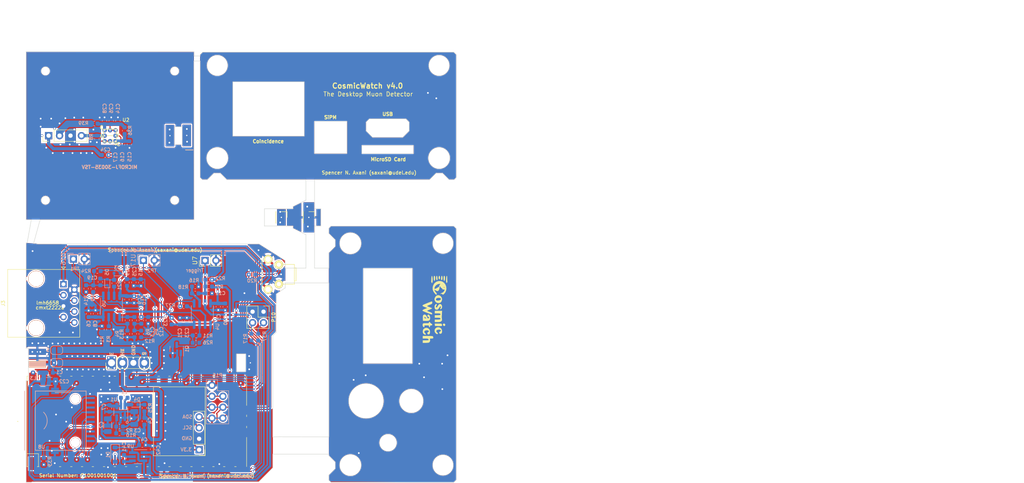
<source format=kicad_pcb>
(kicad_pcb (version 20221018) (generator pcbnew)
  (layers (0 "F.Cu" signal) (31 "B.Cu" signal) (34 "B.Paste" user) (35 "F.Paste" user) (36 "B.SilkS" user "B.Silkscreen") (37 "F.SilkS" user "F.Silkscreen") (38 "B.Mask" user) (39 "F.Mask" user) (44 "Edge.Cuts" user))
  (net 0 "")
  (net 1 "HV")
  (net 2 "SCL")
  (net 3 "SDA")
  (net 4 "Net-(R20-Pad2)")
  (net 5 "Net-(C14-Pad1)")
  (net 6 "PD")
  (net 7 "VCC")
  (net 8 "AMP1")
  (net 9 "3.3V")
  (net 10 "GNDA")
  (net 11 "SiPM")
  (net 12 "CoincidentPin1")
  (net 13 "CoincidentPin2")
  (net 14 "SENSE")
  (net 15 "SCK")
  (net 16 "MOSI")
  (net 17 "MISO")
  (net 18 "CS")
  (net 19 "Net-(P10-P2)")
  (net 20 "Net-(P10-P4)")
  (net 21 "Net-(P3-P1)")
  (net 22 "Net-(P3-P2)")
  (net 23 "Net-(P3-P4)")
  (net 24 "FAST")
  (net 25 "TRG")
  (net 26 "Net-(U6-OUTA)")
  (net 27 "Net-(D5-K)")
  (net 28 "Net-(U6--INA)")
  (net 29 "Net-(U6-+INA)")
  (net 30 "Net-(U6-OUTB)")
  (net 33 "Net-(U8-Detect)")
  (net 35 "VBat")
  (net 36 "unconnected-(P13-P1-Pad1)")
  (net 37 "unconnected-(P2-P1-Pad1)")
  (net 38 "Net-(C15-Pad1)")
  (net 39 "unconnected-(P12-P1-Pad1)")
  (net 40 "VBUS")
  (net 41 "Net-(U2-F)")
  (net 42 "Net-(P16-P1)")
  (net 45 "Net-(U5-RUN)")
  (net 48 "VEE")
  (net 49 "Net-(U4-OUTA)")
  (net 52 "PWM")
  (net 53 "Net-(U5-GP14)")
  (net 54 "Net-(U5-GP15)")
  (net 55 "Net-(U1-FB)")
  (net 56 "Net-(D4-A)")
  (net 57 "Net-(D4-K)")
  (net 58 "Net-(U4--INA)")
  (net 60 "Net-(U4-V-)")
  (net 61 "Net-(U4--INB)")
  (net 62 "Net-(D3-A)")
  (net 63 "Net-(C13-Pad1)")
  (net 64 "Net-(C11-Pad2)")
  (net 65 "Net-(U9-C1-)")
  (net 66 "Net-(U9-C1+)")
  (net 67 "TriggerReset")
  (net 68 "SNG")
  (footprint "MyFootprints:logo" (layer "F.Cu") (at 156.675 101.925 -90)
    (fp_text reference "P19" hide)
    (fp_text value "CONN_01X01" hide)
  )
  (footprint "Connector_PinHeader_2.54mm:PinHeader_1x01_P2.54mm_Vertical" (layer "F.Cu") (at 113.595 114.175 90)
    (fp_text reference "P14" hide)
    (fp_text value "CONN_01X01")
  )
  (footprint "Connector_PinHeader_2.54mm:PinHeader_2x02_P2.54mm_Vertical" (layer "F.Cu") (at 116.65 102.3 -90)
    (fp_text reference "P10")
    (fp_text value "CONN_02X02")
  )
  (footprint "MyFootprints:reset_button" (layer "F.Cu") (at 117.7075 97.125 90)
    (fp_text reference "SW1" hide)
    (fp_text value "RESET" hide)
  )
  (footprint "MyFootprints:PinHeader4_bigger_SiPM" (layer "F.Cu") (at 81.355 114.175 90)
    (fp_text reference "P1" hide)
    (fp_text value "CONN_01X04")
  )
  (footprint "Connector_PinHeader_2.54mm:PinHeader_1x04_P2.54mm_Vertical" (layer "F.Cu") (at 66.75137 61.420023 90)
    (fp_text reference "P3" hide)
    (fp_text value "CONN_01X04")
  )
  (footprint "MyFootprints:SiPM_PCB_Standoff" (layer "F.Cu") (at 103.775 61.375 90)
    (fp_text reference "P2" hide)
    (fp_text value "CONN_01X01")
  )
  (footprint "Connector_PinHeader_2.54mm:PinHeader_1x04_P2.54mm_Vertical" (layer "F.Cu") (at 101.7 134.35 180)
    (fp_text reference "P4" hide)
    (fp_text value "CONN_01X04")
  )
  (footprint "MyFootprints:RPi_Pico_SMD_TH_noThroughHoles" (layer "F.Cu") (at 87.225 127.775 90)
    (fp_text reference "U5" hide)
    (fp_text value "RasberryPi_Pico")
  )
  (footprint "Connector_PinHeader_2.54mm:PinHeader_1x01_P2.54mm_Vertical" (layer "F.Cu") (at 94.925 61.425 90)
    (fp_text reference "P12" hide)
    (fp_text value "CONN_01X01")
  )
  (footprint "Connector_PinHeader_2.54mm:PinHeader_1x01_P2.54mm_Vertical" (layer "F.Cu") (at 120.8 80.4 -90)
    (fp_text reference "P13" hide)
    (fp_text value "CONN_01X01")
  )
  (footprint "Connector_PinHeader_2.54mm:PinHeader_1x01_P2.54mm_Vertical" (layer "F.Cu") (at 127.175 80.4 -90)
    (fp_text reference "P11" hide)
    (fp_text value "CONN_01X01")
  )
  (footprint "MyFootprints:GND_circle" (layer "F.Cu") (at 129.025 53.615)
    (fp_text reference "P8" hide)
    (fp_text value "CONN_01X01")
  )
  (footprint "MyFootprints:SiPM_MicroFJ−300XX−TSV" (layer "F.Cu") (at 81.035 61.425 180)
    (fp_text reference "U2")
    (fp_text value "SiPM_MicroFJ−300XX−TSV")
  )
  (footprint "Connector_RJ:RJ45_OST_PJ012-8P8CX_Vertical" (layer "F.Cu") (at 70.195 95.915 -90)
    (fp_text reference "J3")
    (fp_text value "RJ45")
  )
  (footprint "Connector_PinHeader_2.54mm:PinHeader_1x02_P2.54mm_Vertical" (layer "F.Cu") (at 103.07 90.415 90)
    (fp_text reference "U7")
    (fp_text value "UMCC")
  )
  (footprint "Capacitor_SMD:C_0603_1608Metric" (layer "B.Cu") (at 63.91 116.455 180)
    (fp_text reference "L3")
    (fp_text value "INDUCTOR")
  )
  (footprint "MyFootprints:GND_circle" (layer "B.Cu") (at 135.665 92.035 90)
    (fp_text reference "P7" hide)
    (fp_text value "CONN_01X01")
  )
  (footprint "Capacitor_SMD:C_0603_1608Metric" (layer "B.Cu") (at 114 93.675)
    (fp_text reference "R20")
    (fp_text value "10k")
  )
  (footprint "Capacitor_SMD:C_0603_1608Metric" (layer "B.Cu") (at 80.735 106.45 90)
    (fp_text reference "R3")
    (fp_text value "49.9")
  )
  (footprint "Capacitor_SMD:C_0603_1608Metric" (layer "B.Cu") (at 65.625 137.025 90)
    (fp_text reference "R33")
    (fp_text value "10k")
  )
  (footprint "MyFootprints:sd_card" (layer "B.Cu") (at 75.465 134.4795 180)
    (fp_text reference "U8")
    (fp_text value "sd_card_socket" hide)
  )
  (footprint "Capacitor_SMD:C_1206_3216Metric" (layer "B.Cu") (at 66.89 118.485)
    (fp_text reference "C22")
    (fp_text value "6.8uF")
  )
  (footprint "Connector_PinHeader_2.54mm:PinHeader_2x04_P2.54mm_Vertical" (layer "B.Cu") (at 107.225 119.395 180)
    (fp_text reference "P15")
    (fp_text value "CONN_02X04")
  )
  (footprint "Capacitor_SMD:C_0603_1608Metric" (layer "B.Cu") (at 85.035 104.3 -90)
    (fp_text reference "R6")
    (fp_text value "10k")
  )
  (footprint "Package_SO:SOIC-8_3.9x4.9mm_P1.27mm" (layer "B.Cu") (at 81.335 101.075 90)
    (fp_text reference "U6")
    (fp_text value "LMH6658")
  )
  (footprint "Capacitor_SMD:C_0603_1608Metric" (layer "B.Cu") (at 76.035 102.775 -90)
    (fp_text reference "C6")
    (fp_text value "0.1uF")
  )
  (footprint "Capacitor_SMD:C_0603_1608Metric" (layer "B.Cu") (at 82.30137 63.470023 -90)
    (fp_text reference "C17")
    (fp_text value "10p")
  )
  (footprint "Capacitor_SMD:C_0603_1608Metric" (layer "B.Cu") (at 83.90137 63.495023 -90)
    (fp_text reference "C16")
    (fp_text value "10nF")
  )
  (footprint "Capacitor_SMD:C_0603_1608Metric" (layer "B.Cu") (at 85.50137 63.470023 -90)
    (fp_text reference "C15")
    (fp_text value "100n")
  )
  (footprint "Capacitor_SMD:C_0603_1608Metric" (layer "B.Cu") (at 83.21 128.965)
    (fp_text reference "R2")
    (fp_text value "147k")
  )
  (footprint "Capacitor_SMD:C_0603_1608Metric" (layer "B.Cu") (at 79.895 65.915)
    (fp_text reference "C24")
    (fp_text value "10nF")
  )
  (footprint "Capacitor_SMD:C_0603_1608Metric" (layer "B.Cu") (at 84.31 122.295 180)
    (fp_text reference "L1")
    (fp_text value "15uH")
  )
  (footprint "Capacitor_SMD:C_0603_1608Metric" (layer "B.Cu") (at 77.635 102.75 -90)
    (fp_text reference "C8")
    (fp_text value "10nF")
  )
  (footprint "Jumper:SolderJumper-2_P1.3mm_Open_RoundedPad1.0x1.5mm" (layer "B.Cu") (at 68.625 114.175)
    (fp_text reference "P16" hide)
    (fp_text value "CONN_01X02")
  )
  (footprint "MyFootprints:SMA_side_mount_sideways" (layer "B.Cu") (at 64.145 114.525)
    (fp_text reference "U3" hide)
    (fp_text value "MMCX")
  )
  (footprint "Capacitor_SMD:C_0603_1608Metric" (layer "B.Cu") (at 77.95137 62.195023 -90)
    (fp_text reference "R8")
    (fp_text value "10")
  )
  (footprint "Capacitor_SMD:C_0603_1608Metric" (layer "B.Cu") (at 79.745 57.965 90)
    (fp_text reference "C28")
    (fp_text value "100n")
  )
  (footprint "Capacitor_SMD:C_0603_1608Metric" (layer "B.Cu") (at 82.845 57.965 90)
    (fp_text reference "C14")
    (fp_text value "10p")
  )
  (footprint "Capacitor_SMD:C_0603_1608Metric" (layer "B.Cu") (at 81.295 57.965 90)
    (fp_text reference "C26")
    (fp_text value "10nF")
  )
  (footprint "Capacitor_SMD:C_0603_1608Metric" (layer "B.Cu") (at 88.145 95.54 90)
    (fp_text reference "R15")
    (fp_text value "100k")
  )
  (footprint "Capacitor_SMD:C_0603_1608Metric" (layer "B.Cu") (at 100.995 107.815 180)
    (fp_text reference "R11")
    (fp_text value "NA")
  )
  (footprint "Capacitor_SMD:C_0603_1608Metric" (layer "B.Cu") (at 106.145 101.14 -90)
    (fp_text reference "C5")
    (fp_text value "10nF")
  )
  (footprint "Capacitor_SMD:C_0603_1608Metric" (layer "B.Cu") (at 88.245 107.465 90)
    (fp_text reference "R12")
    (fp_text value "10k")
  )
  (footprint "Capacitor_SMD:C_0603_1608Metric" (layer "B.Cu") (at 84.40137 60.270023 90)
    (fp_text reference "R36")
    (fp_text value "10")
  )
  (footprint "Connector_PinHeader_2.54mm:PinHeader_1x02_P2.54mm_Vertical" (layer "B.Cu") (at 88.755 90.365 -90)
    (fp_text reference "U17")
    (fp_text value "UMCC")
  )
  (footprint "Capacitor_SMD:C_0603_1608Metric" (layer "B.Cu") (at 100.97 109.515 180)
    (fp_text reference "R26")
    (fp_text value "0")
  )
  (footprint "Capacitor_SMD:C_0603_1608Metric" (layer "B.Cu") (at 88.99 124.645 90)
    (fp_text reference "R25")
    (fp_text value "100")
  )
  (footprint "Package_TO_SOT_SMD:SOT-23-6_Handsoldering" (layer "B.Cu") (at 87.545 135.965 180)
    (fp_text reference "U9")
    (fp_text value "~")
  )
  (footprint "Capacitor_SMD:C_0603_1608Metric" (layer "B.Cu") (at 88.99 127.735 -90)
    (fp_text reference "C4")
    (fp_text value "1uF")
  )
  (footprint "Capacitor_SMD:C_0603_1608Metric" (layer "B.Cu") (at 81.965 95.695 90)
    (fp_text reference "R21")
    (fp_text value "500")
  )
  (footprint "Capacitor_SMD:C_0603_1608Metric" (layer "B.Cu") (at 66.965 116.455)
    (fp_text reference "C1")
    (fp_text value "1uF")
  )
  (footprint "Capacitor_SMD:C_0603_1608Metric" (layer "B.Cu") (at 100.8 96.45)
    (fp_text reference "R18")
    (fp_text value "100")
  )
  (footprint "Capacitor_SMD:C_0603_1608Metric" (layer "B.Cu") (at 103.925 96.45 180)
    (fp_text reference "R7")
    (fp_text value "10k")
  )
  (footprint "Capacitor_SMD:C_0603_1608Metric" (layer "B.Cu") (at 103.925 94.85 180)
    (fp_text reference "R22")
    (fp_text value "10k")
  )
  (footprint "Package_TO_SOT_SMD:SOT-23-6_Handsoldering" (layer "B.Cu") (at 83.515 125.56 90)
    (fp_text reference "U1")
    (fp_text value "MAX5026")
  )
  (footprint "Capacitor_SMD:C_1206_3216Metric" (layer "B.Cu") (at 86.64 126.98 90)
    (fp_text reference "C3")
    (fp_text value "2.2uF")
  )
  (footprint "Package_SO:SOIC-8_3.9x4.9mm_P1.27mm" (layer "B.Cu") (at 102.445 102.84 90)
    (fp_text reference "U4")
    (fp_text value "LMH6658")
  )
  (footprint "Capacitor_SMD:C_0603_1608Metric" (layer "B.Cu") (at 97.245 104.49 -90)
    (fp_text reference "C21")
    (fp_text value "0")
  )
  (footprint "Jumper:SolderJumper-2_P1.3mm_Open_RoundedPad1.0x1.5mm" (layer "B.Cu") (at 68.615 111.225)
    (fp_text reference "P5" hide)
    (fp_text value "CONN_01X02")
  )
  (footprint "Capacitor_SMD:C_0603_1608Metric" (layer "B.Cu") (at 77.105 96.95 90)
    (fp_text reference "R9")
    (fp_text value "10k")
  )
  (footprint "Capacitor_SMD:C_0603_1608Metric" (layer "B.Cu") (at 103.9 98.05 180)
    (fp_text reference "C11")
    (fp_text value "10n")
  )
  (footprint "Capacitor_SMD:C_0603_1608Metric" (layer "B.Cu") (at 86.675 107.445 90)
    (fp_text reference "R13")
    (fp_text value "10k")
  )
  (footprint "Capacitor_SMD:C_0603_1608Metric" (layer "B.Cu") (at 86.675 104.315 90)
    (fp_text reference "C13")
    (fp_text value "10nF")
  )
  (footprint "Diode_SMD:D_SOD-523" (layer "B.Cu") (at 82.635 93.375 180)
    (fp_text reference "D3")
    (fp_text value "D_Schottky")
  )
  (footprint "Capacitor_SMD:C_0603_1608Metric" (layer "B.Cu") (at 78.755 95.39 -90)
    (fp_text reference "C19")
    (fp_text value "1nF")
  )
  (footprint "Capacitor_SMD:C_0603_1608Metric" (layer "B.Cu") (at 113.825 108.2 90)
    (fp_text reference "R17")
    (fp_text value "100")
  )
  (footprint "Capacitor_SMD:C_0603_1608Metric" (layer "B.Cu") (at 98.845 104.465 -90)
    (fp_text reference "C23")
    (fp_text value "10nF")
  )
  (footprint "Capacitor_SMD:C_0603_1608Metric" (layer "B.Cu") (at 75.465 96.935 90)
    (fp_text reference "R14")
    (fp_text value "10k")
  )
  (footprint "Capacitor_SMD:C_0603_1608Metric" (layer "B.Cu") (at 95.32 104.49 -90)
    (fp_text reference "R23")
    (fp_text value "NA")
  )
  (footprint "Capacitor_SMD:C_0603_1608Metric" (layer "B.Cu") (at 115.425 108.2 -90)
    (fp_text reference "R37")
    (fp_text value "100")
  )
  (footprint "Capacitor_SMD:C_0603_1608Metric" (layer "B.Cu") (at 80.89 124.755 90)
    (fp_text reference "C7")
    (fp_text value "10nF")
  )
  (footprint "Capacitor_SMD:C_0603_1608Metric" (layer "B.Cu") (at 84.245 136.33 90)
    (fp_text reference "C41")
    (fp_text value "~")
  )
  (footprint "Capacitor_SMD:C_0603_1608Metric" (layer "B.Cu") (at 86.585 99.5 -90)
    (fp_text reference "C10")
    (fp_text value "0.1u")
  )
  (footprint "Diode_SMD:D_SOD-523" (layer "B.Cu") (at 80.385 95.4725 90)
    (fp_text reference "D5")
    (fp_text value "D_Schottky")
  )
  (footprint "Capacitor_SMD:C_0603_1608Metric" (layer "B.Cu") (at 88.275 104.31 -90)
    (fp_text reference "R5")
    (fp_text value "1k")
  )
  (footprint "Capacitor_SMD:C_0603_1608Metric" (layer "B.Cu") (at 100.8 98.05 180)
    (fp_text reference "R16")
    (fp_text value "10k")
  )
  (footprint "Capacitor_SMD:C_0603_1608Metric" (layer "B.Cu") (at 84.945 95.515 90)
    (fp_text reference "R19")
    (fp_text value "100k")
  )
  (footprint "Diode_SMD:D_SOD-123" (layer "B.Cu") (at 82.19 135.48 -90)
    (fp_text reference "D1")
    (fp_text value "DIODE")
  )
  (footprint "Capacitor_SMD:C_0603_1608Metric" (layer "B.Cu") (at 107.745 101.165 -90)
    (fp_text reference "C20")
    (fp_text value "0.1u")
  )
  (footprint "Capacitor_SMD:C_0603_1608Metric" (layer "B.Cu") (at 77.35137 58.620023)
    (fp_text reference "R39")
    (fp_text value "10")
  )
  (footprint "Capacitor_SMD:C_0603_1608Metric" (layer "B.Cu") (at 89.875 104.3 90)
    (fp_text reference "C12")
    (fp_text value "20pF")
  )
  (footprint "Capacitor_SMD:C_1206_3216Metric" (layer "B.Cu") (at 80.48 128.65 90)
    (fp_text reference "C2")
    (fp_text value "4.7uF")
  )
  (footprint "Capacitor_SMD:C_0603_1608Metric" (layer "B.Cu") (at 78.07 92.865 180)
    (fp_text reference "R24")
    (fp_text value "10k")
  )
  (footprint "Capacitor_SMD:C_0603_1608Metric" (layer "B.Cu") (at 90.87 134.24 90)
    (fp_text reference "C42")
    (fp_text value "10uF")
  )
  (footprint "Capacitor_SMD:C_0603_1608Metric" (layer "B.Cu") (at 79.135 106.45 90)
    (fp_text reference "R1")
    (fp_text value "47k")
  )
  (footprint "Connector_PinHeader_2.54mm:PinHeader_1x02_P2.54mm_Vertical" (layer "B.Cu") (at 72.505 90.065 -90)
    (fp_text reference "U16")
    (fp_text value "UMCC")
  )
  (footprint "Capacitor_SMD:C_0603_1608Metric" (layer "B.Cu") (at 83.21 130.535 180)
    (fp_text reference "R10")
    (fp_text value "6.65k")
  )
  (footprint "Capacitor_SMD:C_0603_1608Metric" (layer "B.Cu") (at 84.935 99.475 -90)
    (fp_text reference "C9")
    (fp_text value "10nF")
  )
  (footprint "Capacitor_SMD:C_0603_1608Metric" (layer "B.Cu") (at 85.035 107.45 -90)
    (fp_text reference "R4")
    (fp_text value "1k")
  )
  (footprint "Diode_SMD:D_SOD-523" (layer "B.Cu") (at 86.73 123.865 180)
    (fp_text reference "D4")
    (fp_text value "D_Schottky")
  )
  (footprint "Capacitor_SMD:C_0603_1608Metric" (layer "B.Cu") (at 86.545 95.515 -90)
    (fp_text reference "C25")
    (fp_text value "1nF")
  )
  (footprint "Capacitor_SMD:C_0603_1608Metric" (layer "B.Cu") (at 88.52 133.265 180)
    (fp_text reference "C47")
    (fp_text value "1uF")
  )
  (footprint "Package_TO_SOT_SMD:SOT-23" (layer "B.Cu") (at 96.495 110.9525 90)
    (fp_text reference "Q1")
    (fp_text value "2N7002")
  )
  (footprint "Capacitor_SMD:C_0603_1608Metric" (layer "B.Cu") (at 98.095 101.04)
    (fp_text reference "R27")
    (fp_text value "10k")
  )
  (gr_line (start 100.29863 64.724977) (end 98.54863 64.724977) (stroke (width 0.15)) (layer "B.SilkS"))
  (gr_circle (center 84.99 127.98) (end 84.84 127.78) (stroke (width 0.15)) (fill none) (layer "B.SilkS"))
  (gr_line (start 59.675 127.775) (end 59.475 127.775) (stroke (width 0.15)) (layer "F.SilkS"))
  (gr_line (start 100.19863 64.724977) (end 98.54863 64.724977) (stroke (width 0.15)) (layer "F.SilkS"))
  (gr_line (start 94.175 141.775) (end 69.025 141.775) (stroke (width 0.1)) (layer "Edge.Cuts"))
  (gr_line (start 68.325 141.775) (end 63.675 141.775) (stroke (width 0.1)) (layer "Edge.Cuts"))
  (gr_line (start 100.675 141.775) (end 94.175 141.775) (stroke (width 0.1)) (layer "Edge.Cuts"))
  (gr_line (start 101.625 141.775) (end 100.675 141.775) (stroke (width 0.1)) (layer "Edge.Cuts"))
  (gr_line (start 102.325 141.775) (end 101.675 141.775) (stroke (width 0.1)) (layer "Edge.Cuts"))
  (gr_line (start 101.675 141.775) (end 101.625 141.775) (stroke (width 0.1)) (layer "Edge.Cuts"))
  (gr_line (start 69.025 141.775) (end 68.325 141.775) (stroke (width 0.1)) (layer "Edge.Cuts"))
  (gr_line (start 115.575 141.775) (end 102.325 141.775) (stroke (width 0.1)) (layer "Edge.Cuts"))
  (gr_line (start 62.675 141.925) (end 61.525 141.925) (stroke (width 0.1)) (layer "Edge.Cuts"))
  (gr_line (start 62.925 141.825) (end 62.675 141.925) (stroke (width 0.1)) (layer "Edge.Cuts"))
  (gr_line (start 62.925 141.825) (end 63.575 141.825) (stroke (width 0.1)) (layer "Edge.Cuts"))
  (gr_line (start 63.575 141.825) (end 63.675 141.775) (stroke (width 0.1)) (layer "Edge.Cuts"))
  (gr_line (start 64.145 86.575) (end 106.725 86.575) (stroke (width 0.1)) (layer "Edge.Cuts"))
  (gr_line (start 61.525 108.425) (end 61.525 92.325) (stroke (width 0.1)) (layer "Edge.Cuts"))
  (gr_line (start 61.525 118.325) (end 61.525 141.925) (stroke (width 0.1)) (layer "Edge.Cuts"))
  (gr_line (start 61.525 92.325) (end 61.525 86.325) (stroke (width 0.1)) (layer "Edge.Cuts"))
  (gr_line (start 118.8 138.55) (end 115.575 141.775) (stroke (width 0.1)) (layer "Edge.Cuts"))
  (gr_line (start 118.8 135.375) (end 118.8 138.55) (stroke (width 0.1)) (layer "Edge.Cuts"))
  (gr_line (start 118.8 135.375) (end 131.825 135.375) (stroke (width 0.1)) (layer "Edge.Cuts"))
  (gr_line (start 132.325 141.925) (end 160.825 141.925) (stroke (width 0.1)) (layer "Edge.Cuts"))
  (gr_line (start 156.675 82.425) (end 132.325 82.425) (stroke (width 0.1)) (layer "Edge.Cuts"))
  (gr_line (start 151.225 92.225) (end 139.825 92.225) (stroke (width 0.1)) (layer "Edge.Cuts"))
  (gr_line (start 139.825 92.225) (end 139.825 114.325) (stroke (width 0.1)) (layer "Edge.Cuts"))
  (gr_line (start 139.825 114.325) (end 151.225 114.325) (stroke (width 0.1)) (layer "Edge.Cuts"))
  (gr_line (start 151.225 114.325) (end 151.225 92.225) (stroke (width 0.1)) (layer "Edge.Cuts"))
  (gr_line (start 131.825 84.125) (end 133.325 85.625) (stroke (width 0.1)) (layer "Edge.Cuts"))
  (gr_line (start 133.325 85.625) (end 133.325 87.125) (stroke (width 0.1)) (layer "Edge.Cuts"))
  (gr_line (start 131.825 140.225) (end 133.325 138.725) (stroke (width 0.1)) (layer "Edge.Cuts"))
  (gr_line (start 133.325 138.725) (end 133.325 137.225) (stroke (width 0.1)) (layer "Edge.Cuts"))
  (gr_line (start 133.325 137.225) (end 131.825 135.725) (stroke (width 0.1)) (layer "Edge.Cuts"))
  (gr_line (start 131.825 82.925) (end 131.825 84.125) (stroke (width 0.1)) (layer "Edge.Cuts"))
  (gr_line (start 131.825 140.225) (end 131.825 141.425) (stroke (width 0.1)) (layer "Edge.Cuts"))
  (gr_line (start 131.825 95.625) (end 131.825 131.375) (stroke (width 0.1)) (layer "Edge.Cuts"))
  (gr_circle (center 145.575 132.725) (end 147.575 132.675) (stroke (width 0.1)) (fill none) (layer "Edge.Cuts"))
  (gr_line (start 160.825 82.425) (end 161.425 83.025) (stroke (width 0.1)) (layer "Edge.Cuts"))
  (gr_line (start 160.825 141.925) (end 161.425 141.325) (stroke (width 0.1)) (layer "Edge.Cuts"))
  (gr_line (start 131.825 82.925) (end 132.325 82.425) (stroke (width 0.1)) (layer "Edge.Cuts"))
  (gr_line (start 132.325 141.925) (end 131.825 141.425) (stroke (width 0.1)) (layer "Edge.Cuts"))
  (gr_line (start 115.625 86.575) (end 106.725 86.575) (stroke (width 0.1)) (layer "Edge.Cuts"))
  (gr_line (start 110.385 112.1) (end 112.535 112.1) (stroke (width 0.1)) (layer "Edge.Cuts"))
  (gr_circle (center 150.975 123.025) (end 153.675 122.375) (stroke (width 0.1)) (fill none) (layer "Edge.Cuts"))
  (gr_line (start 118.8 131.375) (end 118.8 107.875) (stroke (width 0.1)) (layer "Edge.Cuts"))
  (gr_line (start 133.325 87.125) (end 131.825 88.625) (stroke (width 0.1)) (layer "Edge.Cuts"))
  (gr_line (start 121.675 96.775) (end 119.625 98.175) (stroke (width 0.1)) (layer "Edge.Cuts"))
  (gr_line (start 131.825 135.375) (end 131.825 135.725) (stroke (width 0.1)) (layer "Edge.Cuts"))
  (gr_line (start 121.675 95.625) (end 121.675 96.775) (stroke (width 0.1)) (layer "Edge.Cuts"))
  (gr_line (start 110.385 116.25) (end 110.385 112.1) (stroke (width 0.1)) (layer "Edge.Cuts"))
  (gr_line (start 119.425 88.975) (end 121.675 90.425) (stroke (width 0.1)) (layer "Edge.Cuts"))
  (gr_circle (center 96.025 46.425) (end 96.025 47.425) (stroke (width 0.1)) (fill none) (layer "Edge.Cuts"))
  (gr_circle (center 66.025 76.425) (end 66.025 77.425) (stroke (width 0.1)) (fill none) (layer "Edge.Cuts"))
  (gr_line (start 95.975 59.35) (end 97.775 59.35) (stroke (width 0.1)) (layer "Edge.Cuts"))
  (gr_line (start 97.775 59.35) (end 97.775 63.5) (stroke (width 0.1)) (layer "Edge.Cuts"))
  (gr_line (start 97.775 63.5) (end 95.975 63.5) (stroke (width 0.1)) (layer "Edge.Cuts"))
  (gr_line (start 95.975 63.5) (end 95.975 59.35) (stroke (width 0.1)) (layer "Edge.Cuts"))
  (gr_line (start 119.425 88.975) (end 115.625 86.575) (stroke (width 0.1)) (layer "Edge.Cuts"))
  (gr_line (start 126.5 92.175) (end 121.9 92.175) (stroke (width 0.1)) (layer "Edge.Cuts"))
  (gr_line (start 121.675 95.625) (end 131.825 95.625) (stroke (width 0.1)) (layer "Edge.Cuts"))
  (gr_circle (center 136.825 86.425) (end 139.325 86.425) (stroke (width 0.1)) (fill none) (layer "Edge.Cuts"))
  (gr_circle (center 158.325 86.425) (end 160.725 86.425) (stroke (width 0.1)) (fill none) (layer "Edge.Cuts"))
  (gr_circle (center 158.325 137.925) (end 160.725 137.925) (stroke (width 0.1)) (fill none) (layer "Edge.Cuts"))
  (gr_circle (center 136.825 137.925) (end 139.325 137.925) (stroke (width 0.1)) (fill none) (layer "Edge.Cuts"))
  (gr_line (start 61.525 110.825) (end 61.525 108.425) (stroke (width 0.1)) (layer "Edge.Cuts"))
  (gr_line (start 131.825 92.175) (end 131.825 88.625) (stroke (width 0.1)) (layer "Edge.Cuts"))
  (gr_line (start 106.625 70.125) (end 108.125 71.625) (stroke (width 0.1)) (layer "Edge.Cuts"))
  (gr_line (start 105.125 70.125) (end 106.625 70.125) (stroke (width 0.1)) (layer "Edge.Cuts"))
  (gr_line (start 156.725 70.125) (end 155.225 71.625) (stroke (width 0.1)) (layer "Edge.Cuts"))
  (gr_line (start 101.925 44.095) (end 101.925 71.125) (stroke (width 0.1)) (layer "Edge.Cuts"))
  (gr_line (start 161.425 71.125) (end 161.425 42.625) (stroke (width 0.1)) (layer "Edge.Cuts"))
  (gr_line (start 103.625 71.625) (end 105.125 70.125) (stroke (width 0.1)) (layer "Edge.Cuts"))
  (gr_line (start 159.725 71.625) (end 158.225 70.125) (stroke (width 0.1)) (layer "Edge.Cuts"))
  (gr_line (start 158.225 70.125) (end 156.725 70.125) (stroke (width 0.1)) (layer "Edge.Cuts"))
  (gr_line (start 150.475 59.225) (end 150.475 58.275) (stroke (width 0.1)) (layer "Edge.Cuts"))
  (gr_line (start 149.725 57.525) (end 141.225 57.525) (stroke (width 0.1)) (layer "Edge.Cuts"))
  (gr_line (start 140.475 58.275) (end 140.475 60.325) (stroke (width 0.1)) (layer "Edge.Cuts"))
  (gr_line (start 141.975 61.825) (end 148.975 61.825) (stroke (width 0.1)) (layer "Edge.Cuts"))
  (gr_line (start 150.475 60.325) (end 150.475 59.225) (stroke (width 0.1)) (layer "Edge.Cuts"))
  (gr_line (start 109.525 61.525) (end 126.125 61.525) (stroke (width 0.1)) (layer "Edge.Cuts"))
  (gr_line (start 126.125 48.925) (end 109.525 48.925) (stroke (width 0.1)) (layer "Edge.Cuts"))
  (gr_line (start 109.525 48.925) (end 109.525 61.525) (stroke (width 0.1)) (layer "Edge.Cuts"))
  (gr_line (start 155.025 71.625) (end 128.5 71.625) (stroke (width 0.1)) (layer "Edge.Cuts"))
  (gr_line (start 155.225 71.625) (end 155.025 71.625) (stroke (width 0.1)) (layer "Edge.Cuts"))
  (gr_line (start 126.125 61.525) (end 126.125 48.925) (stroke (width 0.1)) (layer "Edge.Cuts"))
  (gr_line (start 108.125 71.625) (end 126.5 71.625) (stroke (width 0.1)) (layer "Edge.Cuts"))
  (gr_line (start 160.925 71.625) (end 161.425 71.125) (stroke (width 0.1)) (layer "Edge.Cuts"))
  (gr_line (start 101.925 71.125) (end 102.425 71.625) (stroke (width 0.1)) (layer "Edge.Cuts"))
  (gr_line (start 151.475 63.675) (end 151.475 65.625) (stroke (width 0.1)) (layer "Edge.Cuts"))
  (gr_line (start 151.475 65.625) (end 139.475 65.625) (stroke (width 0.1)) (layer "Edge.Cuts"))
  (gr_line (start 139.475 65.625) (end 139.475 63.675) (stroke (width 0.1)) (layer "Edge.Cuts"))
  (gr_line (start 139.475 63.675) (end 151.475 63.675) (stroke (width 0.1)) (layer "Edge.Cuts"))
  (gr_line (start 101.925 42.625) (end 102.525 42.025) (stroke (width 0.1)) (layer "Edge.Cuts"))
  (gr_line (start 161.425 42.625) (end 160.825 42.025) (stroke (width 0.1)) (layer "Edge.Cuts"))
  (gr_line (start 102.525 42.025) (end 160.825 42.025) (stroke (width 0.1)) (layer "Edge.Cuts"))
  (gr_line (start 141.975 61.825) (end 140.475 60.325) (stroke (width 0.1)) (layer "Edge.Cuts"))
  (gr_line (start 148.975 61.825) (end 150.475 60.325) (stroke (width 0.1)) (layer "Edge.Cuts"))
  (gr_line (start 150.475 58.275) (end 149.725 57.525) (stroke (width 0.1)) (layer "Edge.Cuts"))
  (gr_line (start 140.475 58.275) (end 141.225 57.525) (stroke (width 0.1)) (layer "Edge.Cuts"))
  (gr_line (start 159.725 71.625) (end 160.925 71.625) (stroke (width 0.1)) (layer "Edge.Cuts"))
  (gr_circle (center 105.925 45.125) (end 108.325 45.125) (stroke (width 0.1)) (fill none) (layer "Edge.Cuts"))
  (gr_circle (center 105.925 66.625) (end 108.425 66.625) (stroke (width 0.1)) (fill none) (layer "Edge.Cuts"))
  (gr_circle (center 157.425 66.625) (end 159.925 66.625) (stroke (width 0.1)) (fill none) (layer "Edge.Cuts"))
  (gr_circle (center 157.425 45.125) (end 159.825 45.125) (stroke (width 0.1)) (fill none) (layer "Edge.Cuts"))
  (gr_line (start 136.025 65.575) (end 128.475 65.575) (stroke (width 0.1)) (layer "Edge.Cuts"))
  (gr_line (start 136.025 58.075) (end 136.025 65.575) (stroke (width 0.1)) (layer "Edge.Cuts"))
  (gr_line (start 136.025 58.075) (end 128.475 58.075) (stroke (width 0.1)) (layer "Edge.Cuts"))
  (gr_line (start 128.475 65.575) (end 128.475 58.075) (stroke (width 0.1)) (layer "Edge.Cuts"))
  (gr_line (start 61.775 86.325) (end 62.735 80.925) (stroke (width 0.1)) (layer "Edge.Cuts"))
  (gr_line (start 116.9 82.4) (end 123.5 82.4) (stroke (width 0.1)) (layer "Edge.Cuts"))
  (gr_line (start 128.5 78.4) (end 128.5 71.625) (stroke (width 0.1)) (layer "Edge.Cuts"))
  (gr_line (start 128.5 92.175) (end 128.5 82.4) (stroke (width 0.1)) (layer "Edge.Cuts"))
  (gr_line (start 128.5 82.4) (end 129.975 82.4) (stroke (width 0.1)) (layer "Edge.Cuts"))
  (gr_line (start 123.5 78.4) (end 123.5 77.875) (stroke (width 0.1)) (layer "Edge.Cuts"))
  (gr_line (start 128.5 78.4) (end 129.975 78.4) (stroke (width 0.1)) (layer "Edge.Cuts"))
  (gr_line (start 123.5 78.4) (end 116.875 78.4) (stroke (width 0.1)) (layer "Edge.Cuts"))
  (gr_line (start 61.525 110.825) (end 62.075 110.825) (stroke (width 0.1)) (layer "Edge.Cuts"))
  (gr_circle (center 96.025 76.425) (end 96.025 77.425) (stroke (width 0.1)) (fill none) (layer "Edge.Cuts"))
  (gr_line (start 123.5 82.925) (end 126.5 84.4) (stroke (width 0.1)) (layer "Edge.Cuts"))
  (gr_line (start 160.675 82.425) (end 160.825 82.425) (stroke (width 0.1)) (layer "Edge.Cuts"))
  (gr_line (start 116.875 78.4) (end 116.875 82.4) (stroke (width 0.1)) (layer "Edge.Cuts"))
  (gr_line (start 69.020023 41.92363) (end 100.525 41.925) (stroke (width 0.1)) (layer "Edge.Cuts"))
  (gr_line (start 120.175 131.355) (end 118.8 131.375) (stroke (width 0.1)) (layer "Edge.Cuts"))
  (gr_line (start 119.625 98.175) (end 119.625 107.025) (stroke (width 0.1)) (layer "Edge.Cuts"))
  (gr_line (start 100.525 80.925) (end 100.495 44.095) (stroke (width 0.1)) (layer "Edge.Cuts"))
  (gr_line (start 112.535 112.1) (end 112.535 116.25) (stroke (width 0.1)) (layer "Edge.Cuts"))
  (gr_line (start 126.5 76.4) (end 126.5 71.625) (stroke (width 0.1)) (layer "Edge.Cuts"))
  (gr_line (start 126.5 92.175) (end 126.5 84.4) (stroke (width 0.1)) (layer "Edge.Cuts"))
  (gr_line (start 100.525 42.925) (end 100.525 41.925) (stroke (width 0.1)) (layer "Edge.Cuts"))
  (gr_line (start 100.525 80.925) (end 64.785 80.925) (stroke (width 0.1)) (layer "Edge.Cuts"))
  (gr_line (start 63.255 86.465) (end 64.785 80.925) (stroke (width 0.1)) (layer "Edge.Cuts"))
  (gr_circle (center 66.025 46.425) (end 66.025 47.425) (stroke (width 0.1)) (fill none) (layer "Edge.Cuts"))
  (gr_line (start 62.075 118.325) (end 61.525 118.325) (stroke (width 0.1)) (layer "Edge.Cuts"))
  (gr_line (start 123.5 82.4) (end 123.5 82.925) (stroke (width 0.1)) (layer "Edge.Cuts"))
  (gr_line (start 63.825 86.455) (end 63.255 86.465) (stroke (width 0.1)) (layer "Edge.Cuts"))
  (gr_line (start 121.675 92.175) (end 121.9 92.175) (stroke (width 0.1)) (layer "Edge.Cuts"))
  (gr_line (start 100.495 44.095) (end 101.925 44.095) (stroke (width 0.1)) (layer "Edge.Cuts"))
  (gr_line (start 62.075 110.825) (end 62.075 118.325) (stroke (width 0.1)) (layer "Edge.Cuts"))
  (gr_line (start 116.875 82.4) (end 116.9 82.4) (stroke (width 0.1)) (layer "Edge.Cuts"))
  (gr_line (start 121.675 90.425) (end 121.675 92.175) (stroke (width 0.1)) (layer "Edge.Cuts"))
  (gr_line (start 156.675 82.425) (end 160.675 82.425) (stroke (width 0.1)) (layer "Edge.Cuts"))
  (gr_line (start 61.525 41.925) (end 61.525 80.925) (stroke (width 0.1)) (layer "Edge.Cuts"))
  (gr_line (start 129.975 78.4) (end 129.975 82.4) (stroke (width 0.1)) (layer "Edge.Cuts"))
  (gr_line (start 161.425 83.025) (end 161.425 141.325) (stroke (width 0.1)) (layer "Edge.Cuts"))
  (gr_circle (center 140.475 123.025) (end 144.525 122.975) (stroke (width 0.1)) (fill none) (layer "Edge.Cuts"))
  (gr_line (start 64.145 86.575) (end 63.825 86.455) (stroke (width 0.1)) (layer "Edge.Cuts"))
  (gr_line (start 128.5 92.175) (end 131.825 92.175) (stroke (width 0.1)) (layer "Edge.Cuts"))
  (gr_line (start 112.535 116.25) (end 110.385 116.25) (stroke (width 0.1)) (layer "Edge.Cuts"))
  (gr_line (start 120.175 131.355) (end 131.825 131.375) (stroke (width 0.1)) (layer "Edge.Cuts"))
  (gr_line (start 103.625 71.625) (end 102.425 71.625) (stroke (width 0.1)) (layer "Edge.Cuts"))
  (gr_line (start 119.625 107.025) (end 118.8 107.875) (stroke (width 0.1)) (layer "Edge.Cuts"))
  (gr_line (start 69.020023 41.92363) (end 61.525 41.925) (stroke (width 0.1)) (layer "Edge.Cuts"))
  (gr_line (start 123.5 77.875) (end 126.5 76.4) (stroke (width 0.1)) (layer "Edge.Cuts"))
  (gr_line (start 62.735 80.925) (end 61.525 80.925) (stroke (width 0.1)) (layer "Edge.Cuts"))
  (gr_line (start 101.925 42.625) (end 101.925 42.925) (stroke (width 0.1)) (layer "Edge.Cuts"))
  (gr_line (start 61.775 86.325) (end 61.525 86.325) (stroke (width 0.1)) (layer "Edge.Cuts"))
  (gr_line (start 100.525 42.925) (end 101.925 42.925) (stroke (width 0.1)) (layer "Edge.Cuts"))
  (gr_text "TP1" (at 72.82 92.365) (layer "B.SilkS") (effects (font (size 0.8 0.8)) (justify mirror)))
  (gr_text "S" (at 88.945 111.985 270) (layer "B.SilkS") (effects (font (size 0.8 0.8)) (justify mirror)))
  (gr_text "HV" (at 83.825 111.675 -90) (layer "B.SilkS") (effects (font (size 0.8 0.8)) (justify mirror)))
  (gr_text "TP2" (at 90.745 92.765) (layer "B.SilkS") (effects (font (size 0.8 0.8)) (justify mirror)))
  (gr_text "(saxani@udel.edu)" (at 86.18881 87.965) (layer "B.SilkS") (effects (font (size 0.8 0.8)) (justify mirror)))
  (gr_text "(saxani@udel.edu)" (at 97.75881 140.375) (layer "B.SilkS") (effects (font (size 0.8 0.8)) (justify mirror)))
  (gr_text "SCL" (at 100.19 129.68) (layer "B.SilkS") (effects (font (size 0.8 0.8) (thickness 0.15) bold) (justify left bottom mirror)))
  (gr_text "Trigger" (at 100.72 92.69) (layer "B.SilkS") (effects (font (size 0.8 0.8)) (justify mirror)))
  (gr_text "S" (at 66.575 111.175) (layer "B.SilkS") (effects (font (size 0.8 0.8) (thickness 0.175)) (justify mirror)))
  (gr_text "3.3V" (at 100.09 134.78) (layer "B.SilkS") (effects (font (size 0.8 0.8) (thickness 0.15) bold) (justify left bottom mirror)))
  (gr_text "GND" (at 100.19 132.18) (layer "B.SilkS") (effects (font (size 0.8 0.8) (thickness 0.15) bold) (justify left bottom mirror)))
  (gr_text "MICROFJ-30035-TSV" (at 80.905 68.735) (layer "B.SilkS") (effects (font (size 0.8 0.8) (thickness 0.25)) (justify mirror)))
  (gr_text "Spencer N. Axani\n" (at 109.02881 140.485) (layer "B.SilkS") (effects (font (size 0.8 0.8)) (justify mirror)))
  (gr_text "GND" (at 86.435 111.25 -90) (layer "B.SilkS") (effects (font (size 0.8 0.8)) (justify mirror)))
  (gr_text "F\n" (at 81.295 112.055 270) (layer "B.SilkS") (effects (font (size 0.8 0.8)) (justify mirror)))
  (gr_text "SDA\n" (at 100.19 127.18) (layer "B.SilkS") (effects (font (size 0.8 0.8) (thickness 0.15) bold) (justify left bottom mirror)))
  (gr_text "Spencer N. Axani\n" (at 97.725 140.475) (layer "F.SilkS") (effects (font (size 0.8 0.8))))
  (gr_text "(saxani@udel.edu)" (at 108.995 140.365) (layer "F.SilkS") (effects (font (size 0.8 0.8))))
  (gr_text "cmxt2222a" (at 67.075 101.35) (layer "F.SilkS") (effects (font (size 0.8 0.8))))
  (gr_text "Coincidence\n" (at 117.75 62.75) (layer "F.SilkS") (effects (font (size 0.8 0.8) (thickness 0.25))))
  (gr_text "MicroSD Card" (at 145.625 66.925) (layer "F.SilkS") (effects (font (size 0.8 0.8) (thickness 0.25))))
  (gr_text "SiPM" (at 132.175 57.175) (layer "F.SilkS") (effects (font (size 0.8 0.8) (thickness 0.25))))
  (gr_text "CosmicWatch v4.0\n\n" (at 149.175 50.825) (layer "F.SilkS") (effects (font (size 1.2 1.2) (thickness 0.25)) (justify right)))
  (gr_text "USB" (at 145.475 56.425) (layer "F.SilkS") (effects (font (size 0.8 0.8) (thickness 0.25))))
  (gr_text "The Desktop Muon Detector\n" (at 151.425 51.775) (layer "F.SilkS") (effects (font (size 1 1)) (justify right)))
  (gr_text "Spencer N. Axani (saxani@udel.edu)\n" (at 141.175 70.025) (layer "F.SilkS") (effects (font (size 0.8 0.8))))
  (gr_text "Serial Number: 01001001001" (at 73.545 140.34) (layer "F.SilkS") (effects (font (size 0.8 0.8))))
  (gr_text "HV" (at 83.9 111.675 90) (layer "F.SilkS") (effects (font (size 0.8 0.8))))
  (gr_text "lmh6658\n" (at 66.525 100.25) (layer "F.SilkS") (effects (font (size 0.8 0.8))))
  (gr_text "GND" (at 86.465 111.25 90) (layer "F.SilkS") (effects (font (size 0.8 0.8))))
  (gr_text "F" (at 81.425 112.045 90) (layer "F.SilkS") (effects (font (size 0.8 0.8))))
  (gr_text "S" (at 88.945 112.045 90) (layer "F.SilkS") (effects (font (size 0.8 0.8))))
  (gr_text "Spencer N. Axani\n" (at 85.655 87.945) (layer "F.SilkS") (effects (font (size 0.8 0.8))))
  (gr_text "(saxani@udel.edu)" (at 96.915 87.945) (layer "F.SilkS") (effects (font (size 0.8 0.8))))
  (via (at 83.875 115.375) (size 0.6) (drill 0.4) (layers "F.Cu" "B.Cu") (net 1))
  (via (at 83.905 112.965) (size 0.6) (drill 0.4) (layers "F.Cu" "B.Cu") (net 1))
  (segment (start 92.85 120.95) (end 92.85 131.59) (width 0.75) (layer "B.Cu") (net 1))
  (segment (start 89.39 126.96) (end 88.99 126.96) (width 0.75) (layer "B.Cu") (net 1))
  (segment (start 92.45 131.99) (end 90.69 131.99) (width 0.75) (layer "B.Cu") (net 1))
  (segment (start 92.85 131.59) (end 92.45 131.99) (width 0.75) (layer "B.Cu") (net 1))
  (segment (start 84.64 120.28) (end 83.84 119.48) (width 0.75) (layer "B.Cu") (net 1))
  (segment (start 83.84 119.48) (end 83.84 115.41) (width 0.75) (layer "B.Cu") (net 1))
  (segment (start 92.18 120.28) (end 92.85 120.95) (width 0.75) (layer "B.Cu") (net 1))
  (segment (start 83.84 115.41) (end 83.875 115.375) (width 0.75) (layer "B.Cu") (net 1))
  (segment (start 83.875 114.195) (end 83.895 114.175) (width 1) (layer "B.Cu") (net 1))
  (segment (start 90.06 127.63) (end 89.39 126.96) (width 0.75) (layer "B.Cu") (net 1))
  (segment (start 90.06 127.63) (end 90.06 131.36) (width 0.75) (layer "B.Cu") (net 1))
  (segment (start 85.34 120.28) (end 92.18 120.28) (width 0.75) (layer "B.Cu") (net 1))
  (segment (start 88.99 125.42) (end 88.99 126.96) (width 0.75) (layer "B.Cu") (net 1))
  (segment (start 90.06 131.36) (end 90.69 131.99) (width 0.75) (layer "B.Cu") (net 1))
  (segment (start 85.34 120.28) (end 84.64 120.28) (width 0.75) (layer "B.Cu") (net 1))
  (segment (start 83.875 115.375) (end 83.875 114.195) (width 1) (layer "B.Cu") (net 1))
  (segment (start 112.52501 87.52501) (end 70.345 87.52501) (width 0.25) (layer "F.Cu") (net 2))
  (segment (start 105.86 134.54) (end 105.86 126.15) (width 0.25) (layer "F.Cu") (net 2))
  (segment (start 103.735 136.665) (end 105.86 134.54) (width 0.25) (layer "F.Cu") (net 2))
  (segment (start 100.29 125.48) (end 101.295 124.475) (width 0.38) (layer "F.Cu") (net 2))
  (segment (start 67.625 90.24501) (end 67.625 102.02566) (width 0.25) (layer "F.Cu") (net 2))
  (segment (start 105.79 126.08) (end 105.79 125.91) (width 0.25) (layer "F.Cu") (net 2))
  (segment (start 70.345 87.52501) (end 67.625 90.24501) (width 0.25) (layer "F.Cu") (net 2))
  (segment (start 118.9 106.563604) (end 118.9 101.1) (width 0.25) (layer "F.Cu") (net 2))
  (segment (start 69.13434 103.535) (end 70.195 103.535) (width 0.25) (layer "F.Cu") (net 2))
  (segment (start 107.225 124.475) (end 117.695 124.475) (width 0.25) (layer "F.Cu") (net 2))
  (segment (start 115.275 90.275) (end 112.52501 87.52501) (width 0.25) (layer "F.Cu") (net 2))
  (segment (start 117.9 107.563604) (end 118.9 106.563604) (width 0.25) (layer "F.Cu") (net 2))
  (segment (start 117.9 124.27) (end 117.9 107.563604) (width 0.25) (layer "F.Cu") (net 2))
  (segment (start 101.295 124.475) (end 104.685 124.475) (width 0.38) (layer "F.Cu") (net 2))
  (segment (start 118.9 101.1) (end 115.275 97.475) (width 0.25) (layer "F.Cu") (net 2))
  (segment (start 101.7 129.27) (end 100.29 127.86) (width 0.38) (layer "F.Cu") (net 2))
  (segment (start 100.29 127.86) (end 100.29 125.48) (width 0.38) (layer "F.Cu") (net 2))
  (segment (start 117.695 124.475) (end 117.9 124.27) (width 0.25) (layer "F.Cu") (net 2))
  (segment (start 115.275 97.475) (end 115.275 90.275) (width 0.25) (layer "F.Cu") (net 2))
  (segment (start 105.86 126.15) (end 105.79 126.08) (width 0.25) (layer "F.Cu") (net 2))
  (segment (start 105.79 125.91) (end 107.225 124.475) (width 0.25) (layer "F.Cu") (net 2))
  (segment (start 67.625 102.02566) (end 69.13434 103.535) (width 0.25) (layer "F.Cu") (net 2))
  (segment (start 104.685 124.475) (end 107.225 124.475) (width 0.25) (layer "B.Cu") (net 2))
  (segment (start 117.836396 125) (end 108.97 125) (width 0.25) (layer "F.Cu") (net 3))
  (segment (start 115.725 89.975) (end 115.725 97.175) (width 0.25) (layer "F.Cu") (net 3))
  (segment (start 108.09 126.15) (end 107.225 127.015) (width 0.25) (layer "F.Cu") (net 3))
  (segment (start 119.35 106.75) (end 118.35 107.75) (width 0.25) (layer "F.Cu") (net 3))
  (segment (start 112.825 87.075) (end 115.725 89.975) (width 0.25) (layer "F.Cu") (net 3))
  (segment (start 104.685 133.845) (end 104.685 127.015) (width 0.38) (layer "F.Cu") (net 3))
  (segment (start 108.09 125.88) (end 108.09 126.15) (width 0.25) (layer "F.Cu") (net 3))
  (segment (start 119.35 100.8) (end 119.35 106.75) (width 0.25) (layer "F.Cu") (net 3))
  (segment (start 108.97 125) (end 108.09 125.88) (width 0.25) (layer "F.Cu") (net 3))
  (segment (start 70.135 87.075) (end 67.175 90.035) (width 0.25) (layer "F.Cu") (net 3))
  (segment (start 102.185 135.675) (end 102.855 135.675) (width 0.38) (layer "F.Cu") (net 3))
  (segment (start 118.35 107.75) (end 118.35 124.486396) (width 0.25) (layer "F.Cu") (net 3))
  (segment (start 67.175 102.212056) (end 69.767944 104.805) (width 0.25) (layer "F.Cu") (net 3))
  (segment (start 67.175 90.035) (end 67.175 102.212056) (width 0.25) (layer "F.Cu") (net 3))
  (segment (start 115.725 97.175) (end 119.35 100.8) (width 0.25) (layer "F.Cu") (net 3))
  (segment (start 69.767944 104.805) (end 72.735 104.805) (width 0.25) (layer "F.Cu") (net 3))
  (segment (start 101.195 136.665) (end 102.185 135.675) (width 0.38) (layer "F.Cu") (net 3))
  (segment (start 101.985 127.015) (end 101.7 126.73) (width 0.25) (layer "F.Cu") (net 3))
  (segment (start 102.855 135.675) (end 104.685 133.845) (width 0.38) (layer "F.Cu") (net 3))
  (segment (start 118.35 124.486396) (end 117.836396 125) (width 0.25) (layer "F.Cu") (net 3))
  (segment (start 104.685 127.015) (end 101.985 127.015) (width 0.25) (layer "F.Cu") (net 3))
  (segment (start 70.135 87.075) (end 112.825 87.075) (width 0.25) (layer "F.Cu") (net 3))
  (segment (start 104.685 127.015) (end 107.225 127.015) (width 0.25) (layer "B.Cu") (net 3))
  (segment (start 117.025 93.625) (end 116.407297 93.625) (width 0.25) (layer "F.Cu") (net 4))
  (segment (start 119.4 93.625) (end 117.025 93.625) (width 0.25) (layer "F.Cu") (net 4))
  (segment (start 116.407297 93.625) (end 116.375228 93.657069) (width 0.25) (layer "F.Cu") (net 4))
  (via (at 116.375228 93.657069) (size 0.6) (drill 0.4) (layers "F.Cu" "B.Cu") (net 4))
  (via (at 119.4 93.625) (size 0.6) (drill 0.4) (layers "F.Cu" "B.Cu") (net 4))
  (segment (start 120.2075 92.9675) (end 119.8 93.375) (width 0.25) (layer "B.Cu") (net 4))
  (segment (start 120.2075 91.375) (end 120.2075 92.9675) (width 0.25) (layer "B.Cu") (net 4))
  (segment (start 119.55 93.625) (end 119.4 93.625) (width 0.25) (layer "B.Cu") (net 4))
  (segment (start 119.8 93.375) (end 119.55 93.625) (width 0.25) (layer "B.Cu") (net 4))
  (segment (start 116.375228 93.657069) (end 114.792931 93.657069) (width 0.25) (layer "B.Cu") (net 4))
  (segment (start 81.295 58.74) (end 79.745 58.74) (width 0.75) (layer "B.Cu") (net 5))
  (segment (start 79.745 60.16) (end 79.76 60.175) (width 0.75) (layer "B.Cu") (net 5))
  (segment (start 82.845 58.74) (end 81.295 58.74) (width 0.75) (layer "B.Cu") (net 5))
  (segment (start 78.246347 58.74) (end 78.12637 58.620023) (width 0.75) (layer "B.Cu") (net 5))
  (segment (start 82.845 58.74) (end 83.646347 58.74) (width 0.75) (layer "B.Cu") (net 5))
  (segment (start 79.745 58.74) (end 79.745 60.16) (width 0.75) (layer "B.Cu") (net 5))
  (segment (start 79.745 58.74) (end 78.246347 58.74) (width 0.75) (layer "B.Cu") (net 5))
  (segment (start 83.646347 58.74) (end 84.40137 59.495023) (width 0.75) (layer "B.Cu") (net 5))
  (segment (start 83.58 93.375) (end 84.945 94.74) (width 0.25) (layer "B.Cu") (net 6))
  (segment (start 89.07 96.615) (end 89.07 94.765) (width 0.25) (layer "B.Cu") (net 6))
  (segment (start 84.945 94.74) (end 86.545 94.74) (width 0.25) (layer "B.Cu") (net 6))
  (segment (start 86.57 94.765) (end 86.545 94.74) (width 0.25) (layer "B.Cu") (net 6))
  (segment (start 101.81 107.775) (end 101.81 105.315) (width 0.25) (layer "B.Cu") (net 6))
  (segment (start 96.495 110.015) (end 96.795 110.315) (width 0.25) (layer "B.Cu") (net 6))
  (segment (start 99.895 102.515) (end 94.97 102.515) (width 0.25) (layer "B.Cu") (net 6))
  (segment (start 79.01 92.7) (end 82.66 92.7) (width 0.25) (layer "B.Cu") (net 6))
  (segment (start 89.07 94.765) (end 88.145 94.765) (width 0.25) (layer "B.Cu") (net 6))
  (segment (start 100.97 109.992817) (end 100.97 108.615) (width 0.25) (layer "B.Cu") (net 6))
  (segment (start 100.97 108.615) (end 101.77 107.815) (width 0.25) (layer "B.Cu") (net 6))
  (segment (start 100.647817 110.315) (end 100.97 109.992817) (width 0.25) (layer "B.Cu") (net 6))
  (segment (start 101.77 107.815) (end 101.81 107.775) (width 0.25) (layer "B.Cu") (net 6))
  (segment (start 88.145 94.765) (end 86.57 94.765) (width 0.25) (layer "B.Cu") (net 6))
  (segment (start 78.845 92.865) (end 79.01 92.7) (width 0.25) (layer "B.Cu") (net 6))
  (segment (start 96.795 110.315) (end 100.647817 110.315) (width 0.25) (layer "B.Cu") (net 6))
  (segment (start 101.81 104.43) (end 99.895 102.515) (width 0.25) (layer "B.Cu") (net 6))
  (segment (start 94.97 102.515) (end 89.07 96.615) (width 0.25) (layer "B.Cu") (net 6))
  (segment (start 83.335 93.375) (end 83.58 93.375) (width 0.25) (layer "B.Cu") (net 6))
  (segment (start 101.81 105.315) (end 101.81 104.43) (width 0.25) (layer "B.Cu") (net 6))
  (segment (start 82.66 92.7) (end 83.335 93.375) (width 0.25) (layer "B.Cu") (net 6))
  (segment (start 105.405 94.85) (end 104.7 94.85) (width 0.5) (layer "F.Cu") (net 7))
  (segment (start 89.795 98.665) (end 86.645 98.665) (width 0.25) (layer "F.Cu") (net 7))
  (segment (start 91.445 104.265) (end 91.445 101.5255) (width 0.25) (layer "F.Cu") (net 7))
  (segment (start 105.995 95.44) (end 105.405 94.85) (width 0.5) (layer "F.Cu") (net 7))
  (segment (start 105.995 95.44) (end 105.995 97.565) (width 0.5) (layer "F.Cu") (net 7))
  (segment (start 86.645 98.665) (end 86.585 98.725) (width 0.25) (layer "F.Cu") (net 7))
  (segment (start 84.445 93.865) (end 83.445 94.865) (width 0.5) (layer "F.Cu") (net 7))
  (segment (start 84.445 93.065) (end 84.445 93.865) (width 0.5) (layer "F.Cu") (net 7))
  (via (at 104.7 94.85) (size 0.6) (drill 0.4) (layers "F.Cu" "B.Cu") (net 7))
  (via (at 91.445 104.265) (size 0.6) (drill 0.4) (layers "F.Cu" "B.Cu") (net 7))
  (via (at 86.585 98.725) (size 0.6) (drill 0.4) (layers "F.Cu" "B.Cu") (net 7))
  (via (at 91.445 101.5255) (size 0.6) (drill 0.4) (layers "F.Cu" "B.Cu") (net 7))
  (via (at 83.445 94.865) (size 0.6) (drill 0.4) (layers "F.Cu" "B.Cu") (net 7))
  (via (at 89.795 98.665) (size 0.6) (drill 0.4) (layers "F.Cu" "B.Cu") (net 7))
  (via (at 105.995 97.565) (size 0.6) (drill 0.4) (layers "F.Cu" "B.Cu") (net 7))
  (via (at 84.445 93.065) (size 0.6) (drill 0.4) (layers "F.Cu" "B.Cu") (net 7))
  (segment (start 105.995 100.215) (end 106.145 100.365) (width 0.5) (layer "B.Cu") (net 7))
  (segment (start 117.325 94.075) (end 117.325 92.844238) (width 0.4) (layer "B.Cu") (net 7))
  (segment (start 91.445 101.5255) (end 91.445 100.315) (width 0.25) (layer "B.Cu") (net 7))
  (segment (start 106.145 100.365) (end 104.35 100.365) (width 0.75) (layer "B.Cu") (net 7))
  (segment (start 90.32 108.24) (end 91.295 107.265) (width 0.25) (layer "B.Cu") (net 7))
  (segment (start 80.89 123.98) (end 79.79 123.98) (width 0.5) (layer "B.Cu") (net 7))
  (segment (start 105.69 87.85) (end 101.05 87.85) (width 0.4) (layer "B.Cu") (net 7))
  (segment (start 83.515 124.21) (end 82.565 124.21) (width 0.5) (layer "B.Cu") (net 7))
  (segment (start 107.295 87.9) (end 107.245 87.85) (width 0.5) (layer "B.Cu") (net 7))
  (segment (start 87.295 135.015) (end 87.595 135.315) (width 0.5) (layer "B.Cu") (net 7))
  (segment (start 87.595 135.315) (end 87.595 136.64) (width 0.5) (layer "B.Cu") (net 7))
  (segment (start 117.525 132.725) (end 117.525 137.855762) (width 0.4) (layer "B.Cu") (net 7))
  (segment (start 115.4 96) (end 117.325 94.075) (width 0.4) (layer "B.Cu") (net 7))
  (segment (start 107.245 140.675) (end 96.1 140.675) (width 0.4) (layer "B.Cu") (net 7))
  (segment (start 117.325 92.844238) (end 112.330762 87.85) (width 0.4) (layer "B.Cu") (net 7))
  (segment (start 88.245 108.24) (end 90.32 108.24) (width 0.25) (layer "B.Cu") (net 7))
  (segment (start 86.195 135.015) (end 87.295 135.015) (width 0.5) (layer "B.Cu") (net 7))
  (segment (start 118.525 106.605762) (end 118.525 101.043705) (width 0.4) (layer "B.Cu") (net 7))
  (segment (start 106.17 100.39) (end 106.145 100.365) (width 0.75) (layer "B.Cu") (net 7))
  (segment (start 105.895 100.115) (end 106.145 100.365) (width 0.4) (layer "B.Cu") (net 7))
  (segment (start 88.87 136.94) (end 88.895 136.915) (width 0.5) (layer "B.Cu") (net 7))
  (segment (start 89.175 140.675) (end 88.935 140.435) (width 0.4) (layer "B.Cu") (net 7))
  (segment (start 84.935 98.7) (end 86.56 98.7) (width 0.75) (layer "B.Cu") (net 7))
  (segment (start 84.29 87.85) (end 89.925 87.85) (width 0.5) (layer "B.Cu") (net 7))
  (segment (start 86.845 131.58) (end 87.16 131.58) (width 0.5) (layer "B.Cu") (net 7))
  (segment (start 83.535 122.295) (end 83.535 124.19) (width 0.5) (layer "B.Cu") (net 7))
  (segment (start 89.925 87.85) (end 101.05 87.85) (width 0.5) (layer "B.Cu") (net 7))
  (segment (start 88.895 140.345) (end 89.175 140.625) (width 0.5) (layer "B.Cu") (net 7))
  (segment (start 87.895 136.94) (end 88.87 136.94) (width 0.5) (layer "B.Cu") (net 7))
  (segment (start 86.195 133.88) (end 86.245 133.83) (width 0.5) (layer "B.Cu") (net 7))
  (segment (start 84.29 87.85) (end 84.29 92.91) (width 0.5) (layer "B.Cu") (net 7))
  (segment (start 107.295 93.015) (end 107.295 87.9) (width 0.5) (layer "B.Cu") (net 7))
  (segment (start 105.995 97.565) (end 105.995 100.215) (width 0.5) (layer "B.Cu") (net 7))
  (segment (start 84.29 92.91) (end 84.445 93.065) (width 0.5) (layer "B.Cu") (net 7))
  (segment (start 117.525 107.605762) (end 118.525 106.605762) (width 0.4) (layer "B.Cu") (net 7))
  (segment (start 117.525 132.725) (end 117.525 107.605762) (width 0.4) (layer "B.Cu") (net 7))
  (segment (start 87.72 133.24) (end 87.745 133.265) (width 0.5) (layer "B.Cu") (net 7))
  (segment (start 83.445 94.865) (end 83.445 98.395) (width 0.5) (layer "B.Cu") (net 7))
  (segment (start 91.445 107.115) (end 91.445 104.265) (width 0.25) (layer "B.Cu") (net 7))
  (segment (start 114.705762 140.675) (end 107.245 140.675) (width 0.4) (layer "B.Cu") (net 7))
  (segment (start 82.19 133.83) (end 86.245 133.83) (width 0.38) (layer "B.Cu") (net 7))
  (segment (start 79.99 131.58) (end 86.845 131.58) (width 0.5) (layer "B.Cu") (net 7))
  (segment (start 79.09 130.08) (end 80.435 130.08) (width 0.5) (layer "B.Cu") (net 7))
  (segment (start 91.295 107.265) (end 91.445 107.115) (width 0.25) (layer "B.Cu") (net 7))
  (segment (start 115.4 97.918705) (end 115.4 96) (width 0.4) (layer "B.Cu") (net 7))
  (segment (start 87.16 131.58) (end 87.72 132.14) (width 0.5) (layer "B.Cu") (net 7))
  (segment (start 104.7 94.85) (end 105.405 94.85) (width 0.5) (layer "B.Cu") (net 7))
  (segment (start 109.875 87.85) (end 107.245 87.85) (width 0.4) (layer "B.Cu") (net 7))
  (segment (start 91.445 100.315) (end 89.795 98.665) (width 0.25) (layer "B.Cu") (net 7))
  (segment (start 86.245 133.83) (end 87.18 133.83) (width 0.38) (layer "B.Cu") (net 7))
  (segment (start 86.195 135.015) (end 86.195 133.88) (width 0.5) (layer "B.Cu") (net 7))
  (segment (start 107.245 87.85) (end 105.69 87.85) (width 0.4) (layer "B.Cu") (net 7))
  (segment (start 111.025 87.85) (end 109.875 87.85) (width 0.4) (layer "B.Cu") (net 7))
  (segment (start 79.19 124.58) (end 79.09 124.68) (width 0.5) (layer "B.Cu") (net 7))
  (segment (start 79.79 123.98) (end 79.19 124.58) (width 0.5) (layer "B.Cu") (net 7))
  (segment (start 79.09 130.08) (end 79.09 130.68) (width 0.5) (layer "B.Cu") (net 7))
  (segment (start 87.18 133.83) (end 87.745 133.265) (width 0.38) (layer "B.Cu") (net 7))
  (segment (start 87.72 132.14) (end 87.72 133.24) (width 0.5) (layer "B.Cu") (net 7))
  (segment (start 79.09 130.68) (end 79.99 131.58) (width 0.5) (layer "B.Cu") (net 7))
  (segment (start 84.835 98.6) (end 84.935 98.7) (width 0.75) (layer "B.Cu") (net 7))
  (segment (start 86.56 98.7) (end 86.585 98.725) (width 0.75) (layer "B.Cu") (net 7))
  (segment (start 87.595 136.64) (end 87.895 136.94) (width 0.5) (layer "B.Cu") (net 7))
  (segment (start 83.445 98.395) (end 83.24 98.6) (width 0.5) (layer "B.Cu") (net 7))
  (segment (start 88.895 136.915) (end 88.895 140.345) (width 0.5) (layer "B.Cu") (net 7))
  (segment (start 83.24 98.6) (end 84.835 98.6) (width 0.75) (layer "B.Cu") (net 7))
  (segment (start 118.525 101.043705) (end 115.4 97.918705) (width 0.4) (layer "B.Cu") (net 7))
  (segment (start 82.565 124.21) (end 81.12 124.21) (width 0.75) (layer "B.Cu") (net 7))
  (segment (start 107.745 100.39) (end 106.17 100.39) (width 0.75) (layer "B.Cu") (net 7))
  (segment (start 79.09 124.68) (end 79.09 130.08) (width 0.5) (layer "B.Cu") (net 7))
  (segment (start 105.46 94.85) (end 107.295 93.015) (width 0.5) (layer "B.Cu") (net 7))
  (segment (start 96.1 140.675) (end 89.175 140.675) (width 0.4) (layer "B.Cu") (net 7))
  (segment (start 112.330762 87.85) (end 111.025 87.85) (width 0.4) (layer "B.Cu") (net 7))
  (segment (start 117.525 137.855762) (end 114.705762 140.675) (width 0.4) (layer "B.Cu") (net 7))
  (segment (start 76.195 98.765) (end 77.945 98.765) (width 0.25) (layer "F.Cu") (net 8))
  (segment (start 88.195 101.5255) (end 88.195 103.455) (width 0.25) (layer "F.Cu") (net 8))
  (segment (start 88.195 103.455) (end 88.275 103.535) (width 0.25) (layer "F.Cu") (net 8))
  (segment (start 93.840023 103.294977) (end 93.840023 103.244977) (width 0.25) (layer "F.Cu") (net 8))
  (segment (start 93.840023 103.244977) (end 95.211589 101.873411) (width 0.25) (layer "F.Cu") (net 8))
  (via (at 88.195 101.5255) (size 0.6) (drill 0.4) (layers "F.Cu" "B.Cu") (net 8))
  (via (at 93.840023 103.294977) (size 0.6) (drill 0.4) (layers "F.Cu" "B.Cu") (net 8))
  (via (at 77.945 98.765) (size 0.6) (drill 0.4) (layers "F.Cu" "B.Cu") (net 8))
  (via (at 88.275 103.535) (size 0.6) (drill 0.4) (layers "F.Cu" "B.Cu") (net 8))
  (via (at 95.211589 101.873411) (size 0.6) (drill 0.4) (layers "F.Cu" "B.Cu") (net 8))
  (via (at 76.195 98.765) (size 0.6) (drill 0.4) (layers "F.Cu" "B.Cu") (net 8))
  (segment (start 89.875 103.525) (end 93.61 103.525) (width 0.25) (layer "B.Cu") (net 8))
  (segment (start 72.495 92.565) (end 72.525 92.535) (width 0.25) (layer "B.Cu") (net 8))
  (segment (start 72.495 92.565) (end 74.445 94.515) (width 0.25) (layer "B.Cu") (net 8))
  (segment (start 80.395 100.615) (end 82.795 100.615) (width 0.25) (layer "B.Cu") (net 8))
  (segment (start 74.445 94.515) (end 74.445 97.942817) (width 0.25) (layer "B.Cu") (net 8))
  (segment (start 95.211589 101.098411) (end 96.42 99.89) (width 0.25) (layer "B.Cu") (net 8))
  (segment (start 83.445 101.265) (end 83.645 101.465) (width 0.25) (layer "B.Cu") (net 8))
  (segment (start 82.795 100.615) (end 83.445 101.265) (width 0.25) (layer "B.Cu") (net 8))
  (segment (start 83.645 101.465) (end 86.495 101.465) (width 0.25) (layer "B.Cu") (net 8))
  (segment (start 75.267183 98.765) (end 76.195 98.765) (width 0.25) (layer "B.Cu") (net 8))
  (segment (start 74.445 97.942817) (end 75.267183 98.765) (width 0.25) (layer "B.Cu") (net 8))
  (segment (start 79.43 98.6) (end 79.43 99.65) (width 0.25) (layer "B.Cu") (net 8))
  (segment (start 72.525 92.535) (end 72.525 90.195) (width 0.25) (layer "B.Cu") (net 8))
  (segment (start 93.61 103.525) (end 93.840023 103.294977) (width 0.25) (layer "B.Cu") (net 8))
  (segment (start 88.1345 101.465) (end 88.195 101.5255) (width 0.25) (layer "B.Cu") (net 8))
  (segment (start 77.945 98.765) (end 79.265 98.765) (width 0.25) (layer "B.Cu") (net 8))
  (segment (start 89.865 103.535) (end 89.875 103.525) (width 0.25) (layer "B.Cu") (net 8))
  (segment (start 96.42 99.89) (end 100.065 99.89) (width 0.25) (layer "B.Cu") (net 8))
  (segment (start 100.065 99.89) (end 100.54 100.365) (width 0.25) (layer "B.Cu") (net 8))
  (segment (start 79.265 98.765) (end 79.43 98.6) (width 0.25) (layer "B.Cu") (net 8))
  (segment (start 86.495 101.465) (end 88.1345 101.465) (width 0.25) (layer "B.Cu") (net 8))
  (segment (start 95.211589 101.873411) (end 95.211589 101.098411) (width 0.25) (layer "B.Cu") (net 8))
  (segment (start 79.43 99.65) (end 80.395 100.615) (width 0.25) (layer "B.Cu") (net 8))
  (segment (start 88.275 103.535) (end 89.865 103.535) (width 0.25) (layer "B.Cu") (net 8))
  (segment (start 107.225 121.935) (end 104.685 121.935) (width 0.25) (layer "F.Cu") (net 9))
  (segment (start 74.545 135.645) (end 74.545 140.305475) (width 0.25) (layer "F.Cu") (net 9))
  (segment (start 73.235 118.885) (end 73.225 118.875) (width 0.25) (layer "F.Cu") (net 9))
  (segment (start 99.69 124.48) (end 102.235 121.935) (width 0.38) (layer "F.Cu") (net 9))
  (segment (start 99.69 132.34) (end 99.69 124.48) (width 0.38) (layer "F.Cu") (net 9))
  (segment (start 90.865 141.355) (end 99.89 141.355) (width 0.25) (layer "F.Cu") (net 9))
  (segment (start 102.235 121.935) (end 104.685 121.935) (width 0.38) (layer "F.Cu") (net 9))
  (segment (start 90.765 141.255) (end 90.865 141.355) (width 0.25) (layer "F.Cu") (net 9))
  (segment (start 99.89 135.06) (end 100.6 134.35) (width 0.25) (layer "F.Cu") (net 9))
  (segment (start 100.6 134.35) (end 101.7 134.35) (width 0.25) (layer "F.Cu") (net 9))
  (segment (start 87.715 140.405) (end 89.915 140.405) (width 0.25) (layer "F.Cu") (net 9))
  (segment (start 74.545 140.305475) (end 74.665025 140.4255) (width 0.25) (layer "F.Cu") (net 9))
  (segment (start 73.255 118.885) (end 73.235 118.885) (width 0.25) (layer "F.Cu") (net 9))
  (segment (start 101.7 134.35) (end 99.69 132.34) (width 0.38) (layer "F.Cu") (net 9))
  (segment (start 89.915 140.405) (end 90.765 141.255) (width 0.25) (layer "F.Cu") (net 9))
  (segment (start 99.89 141.355) (end 99.89 135.06) (width 0.25) (layer "F.Cu") (net 9))
  (via (at 74.665025 140.4255) (size 0.6) (drill 0.4) (layers "F.Cu" "B.Cu") (net 9))
  (via (at 87.715 140.405) (size 0.6) (drill 0.4) (layers "F.Cu" "B.Cu") (net 9))
  (via (at 74.545 135.645) (size 0.6) (drill 0.4) (layers "F.Cu" "B.Cu") (net 9))
  (via (at 73.225 118.875) (size 0.6) (drill 0.4) (layers "F.Cu" "B.Cu") (net 9))
  (segment (start 62.9 124.4) (end 62.9 139.986828) (width 0.25) (layer "B.Cu") (net 9))
  (segment (start 75.025 135.165) (end 75.025 128.575) (width 0.25) (layer "B.Cu") (net 9))
  (segment (start 87.6945 140.4255) (end 87.715 140.405) (width 0.25) (layer "B.Cu") (net 9))
  (segment (start 87.6745 140.4255) (end 87.6945 140.4255) (width 0.25) (layer "B.Cu") (net 9))
  (segment (start 62.9 139.986828) (end 63.388172 140.475) (width 0.25) (layer "B.Cu") (net 9))
  (segment (start 69.875 122.225) (end 65.075 122.225) (width 0.25) (layer "B.Cu") (net 9))
  (segment (start 63.388172 140.475) (end 74.615525 140.475) (width 0.25) (layer "B.Cu") (net 9))
  (segment (start 75.025 128.575) (end 75.715 127.885) (width 0.25) (layer "B.Cu") (net 9))
  (segment (start 65.075 122.225) (end 62.9 124.4) (width 0.25) (layer "B.Cu") (net 9))
  (segment (start 74.545 135.645) (end 75.025 135.165) (width 0.25) (layer "B.Cu") (net 9))
  (segment (start 73.225 118.875) (end 69.875 122.225) (width 0.25) (layer "B.Cu") (net 9))
  (segment (start 74.615525 140.475) (end 74.665025 140.4255) (width 0.25) (layer "B.Cu") (net 9))
  (segment (start 75.715 127.885) (end 76.465 127.885) (width 0.25) (layer "B.Cu") (net 9))
  (segment (start 74.665025 140.4255) (end 87.6745 140.4255) (width 0.25) (layer "B.Cu") (net 9))
  (segment (start 79.76 62.695) (end 78.226393 62.695) (width 0.25) (layer "F.Cu") (net 10))
  (segment (start 78.226393 62.695) (end 77.95137 62.970023) (width 0.25) (layer "F.Cu") (net 10))
  (segment (start 82.28 60.175) (end 81.02 60.175) (width 0.25) (layer "F.Cu") (net 10))
  (segment (start 117.7075 90.125) (end 116.3495 91.483) (width 0.25) (layer "F.Cu") (net 10))
  (segment (start 81.01363 57.47137) (end 81.295 57.19) (width 0.25) (layer "F.Cu") (net 10))
  (segment (start 80.875 117.025) (end 80.875 118.885) (width 0.25) (layer "F.Cu") (net 10))
  (segment (start 68.175 136.665) (end 68.175 135.275) (width 0.25) (layer "F.Cu") (net 10))
  (segment (start 68.175 118.885) (end 68.175 118.675) (width 1) (layer "F.Cu") (net 10))
  (segment (start 106.275 136.665) (end 106.275 137.565) (width 0.25) (layer "F.Cu") (net 10))
  (segment (start 116.3495 91.483) (end 116.3495 92.857981) (width 0.25) (layer "F.Cu") (net 10))
  (segment (start 68.175 118.675) (end 68.365 118.485) (width 1) (layer "F.Cu") (net 10))
  (segment (start 106.275 137.565) (end 106.39 137.68) (width 0.25) (layer "F.Cu") (net 10))
  (segment (start 81.01363 57.47137) (end 81.02 57.47774) (width 0.25) (layer "F.Cu") (net 10))
  (segment (start 106.275 138.725) (end 106.28 138.73) (width 0.25) (layer "F.Cu") (net 10))
  (segment (start 106.275 137.795) (end 106.275 138.725) (width 0.25) (layer "F.Cu") (net 10))
  (segment (start 106.39 137.68) (end 106.275 137.795) (width 0.25) (layer "F.Cu") (net 10))
  (segment (start 68.175 135.275) (end 67.5 134.6) (width 0.25) (layer "F.Cu") (net 10))
  (segment (start 81.02 62.695) (end 79.76 62.695) (width 0.25) (layer "F.Cu") (net 10))
  (segment (start 81.02 57.47774) (end 81.02 60.175) (width 0.25) (layer "F.Cu") (net 10))
  (segment (start 113.335 115.675) (end 113.26 115.75) (width 0.25) (layer "F.Cu") (net 10))
  (segment (start 79.575 115.725) (end 80.875 117.025) (width 0.25) (layer "F.Cu") (net 10))
  (via (at 70.825 127.825) (size 0.6) (drill 0.4) (layers "F.Cu" "B.Cu") (net 10))
  (via (at 68.475 126.175) (size 0.6) (drill 0.4) (layers "F.Cu" "B.Cu") (net 10))
  (via (at 65.675 109.625) (size 0.6) (drill 0.4) (layers "F.Cu" "B.Cu") (net 10))
  (via (at 71.475 109.675) (size 0.6) (drill 0.4) (layers "F.Cu" "B.Cu") (net 10))
  (via (at 73.975 109.675) (size 0.6) (drill 0.4) (layers "F.Cu" "B.Cu") (net 10))
  (via (at 75.275 109.675) (size 0.6) (drill 0.4) (layers "F.Cu" "B.Cu") (net 10))
  (via (at 76.525 109.675) (size 0.6) (drill 0.4) (layers "F.Cu" "B.Cu") (net 10))
  (via (at 77.675 109.675) (size 0.6) (drill 0.4) (layers "F.Cu" "B.Cu") (net 10))
  (via (at 66.975 132.275) (size 0.6) (drill 0.4) (layers "F.Cu" "B.Cu") (net 10))
  (via (at 72.77 62.815) (size 0.6) (drill 0.4) (layers "F.Cu" "B.Cu") (net 10))
  (via (at 65.20137 61.420023) (size 0.6) (drill 0.4) (layers "F.Cu" "B.Cu") (net 10))
  (via (at 64.90137 59.320023) (size 0.6) (drill 0.4) (layers "F.Cu" "B.Cu") (net 10))
  (via (at 72.72 59.970023) (size 0.6) (drill 0.4) (layers "F.Cu" "B.Cu") (net 10))
  (via (at 76.50137 62.820023) (size 0.6) (drill 0.4) (layers "F.Cu" "B.Cu") (net 10))
  (via (at 77.15137 60.020023) (size 0.6) (drill 0.4) (layers "F.Cu" "B.Cu") (net 10))
  (via (at 68.135 59.765) (size 0.6) (drill 0.4) (layers "F.Cu" "B.Cu") (net 10))
  (via (at 72.725 109.675) (size 0.6) (drill 0.4) (layers "F.Cu" "B.Cu") (net 10))
  (via (at 69.285 58.575) (size 0.6) (drill 0.4) (layers "F.Cu" "B.Cu") (net 10))
  (via (at 70.645 57.365) (size 0.6) (drill 0.4) (layers "F.Cu" "B.Cu") (net 10))
  (via (at 72.70137 57.220023) (size 0.6) (drill 0.4) (layers "F.Cu" "B.Cu") (net 10))
  (via (at 74.80137 57.220023) (size 0.6) (drill 0.4) (layers "F.Cu" "B.Cu") (net 10))
  (via (at 78.60137 57.220023) (size 0.6) (drill 0.4) (layers "F.Cu" "B.Cu") (net 10))
  (via (at 64.90137 57.470023) (size 0.6) (drill 0.4) (layers "F.Cu" "B.Cu") (net 10))
  (via (at 67.35137 57.470023) (size 0.6) (drill 0.4) (layers "F.Cu" "B.Cu") (net 10))
  (via (at 66.20137 64.220023) (size 0.6) (drill 0.4) (layers "F.Cu" "B.Cu") (net 10))
  (via (at 67.70137 65.470023) (size 0.6) (drill 0.4) (layers "F.Cu" "B.Cu") (net 10))
  (via (at 70.15137 65.470023) (size 0.6) (drill 0.4) (layers "F.Cu" "B.Cu") (net 10))
  (via (at 72.30137 65.470023) (size 0.6) (drill 0.4) (layers "F.Cu" "B.Cu") (net 10))
  (via (at 74.25137 65.470023) (size 0.6) (drill 0.4) (layers "F.Cu" "B.Cu") (net 10))
  (via (at 73.85137 63.520023) (size 0.6) (drill 0.4) (layers "F.Cu" "B.Cu") (net 10))
  (via (at 71.65137 63.470023) (size 0.6) (drill 0.4) (layers "F.Cu" "B.Cu") (net 10))
  (via (at 69.50137 63.470023) (size 0.6) (drill 0.4) (layers "F.Cu" "B.Cu") (net 10))
  (via (at 75.55137 65.470023) (size 0.6) (drill 0.4) (layers "F.Cu" "B.Cu") (net 10))
  (via (at 116.3495 92.857981) (size 0.6) (drill 0.4) (layers "F.Cu" "B.Cu") (net 10))
  (via (at 115.5 88.025) (size 0.6) (drill 0.4) (layers "F.Cu" "B.Cu") (net 10))
  (via (at 78.99 133.98) (size 0.6) (drill 0.4) (layers "F.Cu" "B.Cu") (net 10))
  (via (at 64.825 111.625) (size 0.6) (drill 0.4) (layers "F.Cu" "B.Cu") (net 10))
  (via (at 107.745 101.965) (size 0.6) (drill 0.4) (layers "F.Cu" "B.Cu") (net 10))
  (via (at 82.3 64.245) (size 0.6) (drill 0.4) (layers "F.Cu" "B.Cu") (net 10))
  (via (at 98.845 103.715) (size 0.6) (drill 0.4) (layers "F.Cu" "B.Cu") (net 10))
  (via (at 78.425 112.625) (size 0.6) (drill 0.4) (layers "F.Cu" "B.Cu") (net 10))
  (via (at 85.525 64.255) (size 0.6) (drill 0.4) (layers "F.Cu" "B.Cu") (net 10))
  (via (at 86.495 96.265) (size 0.6) (drill 0.4) (layers "F.Cu" "B.Cu") (net 10))
  (via (at 77.96 106.42) (size 0.6) (drill 0.4) (layers "F.Cu" "B.Cu") (net 10))
  (via (at 68.365 118.485) (size 0.6) (drill 0.4) (layers "F.Cu" "B.Cu") (net 10))
  (via (at 74.725 112.625) (size 0.6) (drill 0.4) (layers "F.Cu" "B.Cu") (net 10))
  (via (at 76.035 102.025) (size 0.6) (drill 0.4) (layers "F.Cu" "B.Cu") (net 10))
  (via (at 97.245 103.715) (size 0.6) (drill 0.4) (layers "F.Cu" "B.Cu") (net 10))
  (via (at 89.87 105.09) (size 0.6) (drill 0.4) (layers "F.Cu" "B.Cu") (net 10))
  (via (at 113.31 112.6) (size 0.6) (drill 0.4) (layers "F.Cu" "B.Cu") (net 10))
  (via (at 80.535 122.535) (size 0.6) (drill 0.4) (layers "F.Cu" "B.Cu") (net 10))
  (via (at 70.275 109.685) (size 0.6) (drill 0.4) (layers "F.Cu" "B.Cu") (net 10))
  (via (at 81.53 109.72) (size 0.6) (drill 0.4) (layers "F.Cu" "B.Cu") (net 10))
  (via (at 88.69 109.93) (size 0.6) (drill 0.4) (layers "F.Cu" "B.Cu") (net 10))
  (via (at 78.785 131.705) (size 0.6) (drill 0.4) (layers "F.Cu" "B.Cu") (net 10))
  (via (at 93.54 114.23) (size 0.6) (drill 0.4) (layers "F.Cu" "B.Cu") (net 10))
  (via (at 95.57 111.915) (size 0.6) (drill 0.4) (layers "F.Cu" "B.Cu") (net 10))
  (via (at 126.8 77.9) (size 0.6) (drill 0.4) (layers "F.Cu" "B.Cu") (net 10))
  (via (at 73.475 115.725) (size 0.6) (drill 0.4) (layers "F.Cu" "B.Cu") (net 10))
  (via (at 88.455 122.175) (size 0.6) (drill 0.4) (layers "F.Cu" "B.Cu") (net 10))
  (via (at 69.3 107.1) (size 0.6) (drill 0.4) (layers "F.Cu" "B.Cu") (net 10))
  (via (at 89.54 110.63) (size 0.6) (drill 0.4) (layers "F.Cu" "B.Cu") (net 10))
  (via (at 64.375 109.625) (size 0.6) (drill 0.4) (layers "F.Cu" "B.Cu") (net 10))
  (via (at 76.375 121.375) (size 0.6) (drill 0.4) (layers "F.Cu" "B.Cu") (net 10))
  (via (at 79.575 115.725) (size 0.6) (drill 0.4) (layers "F.Cu" "B.Cu") (net 10))
  (via (at 71.025 112.635) (size 0.6) (drill 0.4) (layers "F.Cu" "B.Cu") (net 10))
  (via (at 86.225 109.675) (size 0.6) (drill 0.4) (layers "F.Cu" "B.Cu") (net 10))
  (via (at 76.025 112.625) (size 0.6) (drill 0.4) (layers "F.Cu" "B.Cu") (net 10))
  (via (at 101.57 96.49) (size 0.6) (drill 0.4) (layers "F.Cu" "B.Cu") (net 10))
  (via (at 154.825 51.5) (size 0.6) (drill 0.4) (layers "F.Cu" "B.Cu") (net 10))
  (via (at 81.83 106.41) (size 0.6) (drill 0.4) (layers "F.Cu" "B.Cu") (net 10))
  (via (at 68.955 109.685) (size 0.6) (drill 0.4) (layers "F.Cu" "B.Cu") (net 10))
  (via (at 77.275 112.625) (size 0.6) (drill 0.4) (layers "F.Cu" "B.Cu") (net 10))
  (via (at 152.825 114.375) (size 0.6) (drill 0.4) (layers "F.Cu" "B.Cu") (net 10))
  (via (at 91.89 125.98) (size 0.6) (drill 0.4) (layers "F.Cu" "B.Cu") (net 10))
  (via (at 78.905 123.285) (size 0.6) (drill 0.4) (layers "F.Cu" "B.Cu") (net 10))
  (via (at 62.975 111.625) (size 0.6) (drill 0.4) (layers "F.Cu" "B.Cu") (net 10))
  (via (at 89.295 133.265) (size 0.6) (drill 0.4) (layers "F.Cu" "B.Cu") (net 10))
  (via (at 78.99 135.48) (size 0.6) (drill 0.4) (layers "F.Cu" "B.Cu") (net 10))
  (via (at 66.665 110.285) (size 0.6) (drill 0.4) (layers "F.Cu" "B.Cu") (net 10))
  (via (at 90.075 122.065) (size 0.6) (drill 0.4) (layers "F.Cu" "B.Cu") (net 10))
  (via (at 106.145 101.915) (size 0.6) (drill 0.4) (layers "F.Cu" "B.Cu") (net 10))
  (via (at 79.625 112.625) (size 0.6) (drill 0.4) (layers "F.Cu" "B.Cu") (net 10))
  (via (at 92.69 132.98) (size 0.6) (drill 0.4) (layers "F.Cu" "B.Cu") (net 10))
  (via (at 138.775 135.125) (size 0.6) (drill 0.4) (layers "F.Cu" "B.Cu") (net 10))
  (via (at 93.89 125.98) (size 0.6) (drill 0.4) (layers "F.Cu" "B.Cu") (net 10))
  (via (at 112.225 98) (size 0.6) (drill 0.4) (layers "F.Cu" "B.Cu") (net 10))
  (via (at 91.89 121.98) (size 0.6) (drill 0.4) (layers "F.Cu" "B.Cu") (net 10))
  (via (at 66.595 112.605) (size 0.6) (drill 0.4) (layers "F.Cu" "B.Cu") (net 10))
  (via (at 77.635 101.975) (size 0.6) (drill 0.4) (layers "F.Cu" "B.Cu") (net 10))
  (via (at 159.375 112.425) (size 0.6) (drill 0.4) (layers "F.Cu" "B.Cu") (net 10))
  (via (at 67.5 134.6) (size 0.6) (drill 0.4) (layers "F.Cu" "B.Cu") (net 10))
  (via (at 104.695 98.04) (size 0.6) (drill 0.4) (layers "F.Cu" "B.Cu") (net 10))
  (via (at 63.025 88.225) (size 0.6) (drill 0.4) (layers "F.Cu" "B.Cu") (net 10))
  (via (at 78.11 108.19) (size 0.6) (drill 0.4) (layers "F.Cu" "B.Cu") (net 10))
  (via (at 71.025 115.735) (size 0.6) (drill 0.4) (layers "F.Cu" "B.Cu") (net 10))
  (via (at 80.49 135.48) (size 0.6) (drill 0.4) (layers "F.Cu" "B.Cu") (net 10))
  (via (at 79.135 105.625) (size 0.6) (drill 0.4) (layers "F.Cu" "B.Cu") (net 10))
  (via (at 86.425 113.025) (size 0.6) (drill 0.4) (layers "F.Cu" "B.Cu") (net 10))
  (via (at 84.935 100.225) (size 0.6) (drill 0.4) (layers "F.Cu" "B.Cu") (net 10))
  (via (at 85.035 108.225) (size 0.6) (drill 0.4) (layers "F.Cu" "B.Cu") (net 10))
  (via (at 87.525 109.675) (size 0.6) (drill 0.4) (layers "F.Cu" "B.Cu") (net 10))
  (via (at 93.14 115.53) (size 0.6) (drill 0.4) (layers "F.Cu" "B.Cu") (net 10))
  (via (at 126.95 82.525) (size 0.6) (drill 0.4) (layers "F.Cu" "B.Cu") (net 10))
  (via (at 91.89 127.98) (size 0.6) (drill 0.4) (layers "F.Cu" "B.Cu") (net 10))
  (via (at 90.34 111.63) (size 0.6) (drill 0.4) (layers "F.Cu" "B.Cu") (net 10))
  (via (at 73.475 112.625) (size 0.6) (drill 0.4) (layers "F.Cu" "B.Cu") (net 10))
  (via (at 79.025 121.985) (size 0.6) (drill 0.4) (layers "F.Cu" "B.Cu") (net 10))
  (via (at 72.225 112.625) (size 0.6) (drill 0.4) (layers "F.Cu" "B.Cu") (net 10))
  (via (at 81.295 57.19) (size 0.6) (drill 0.4) (layers "F.Cu" "B.Cu") (net 10))
  (via (at 158.175 120.275) (size 0.6) (drill 0.4) (layers "F.Cu" "B.Cu") (net 10))
  (via (at 68.175 137.475) (size 0.6) (drill 0.4) (layers "F.Cu" "B.Cu") (net 10))
  (via (at 80.875 118.725) (size 0.6) (drill 0.4) (layers "F.Cu" "B.Cu") (net 10))
  (via (at 91.89 129.98) (size 0.6) (drill 0.4) (layers "F.Cu" "B.Cu") (net 10))
  (via (at 140.375 117.075) (size 0.6) (drill 0.4) (layers "F.Cu" "B.Cu") (net 10))
  (via (at 72.141 124.521) (size 0.6) (drill 0.4) (layers "F.Cu" "B.Cu") (net 10))
  (via (at 91.89 123.98) (size 0.6) (drill 0.4) (layers "F.Cu" "B.Cu") (net 10))
  (via (at 113.25 92.65) (size 0.6) (drill 0.4) (layers "F.Cu" "B.Cu") (net 10))
  (via (at 62.975 109.625) (size 0.6) (drill 0.4) (layers "F.Cu" "B.Cu") (net 10))
  (via (at 93.54 112.63) (size 0.6) (drill 0.4) (layers "F.Cu" "B.Cu") (net 10))
  (via (at 77.275 115.725) (size 0.6) (drill 0.4) (layers "F.Cu" "B.Cu") (net 10))
  (via (at 76.875 65.470023) (size 0.6) (drill 0.4) (layers "F.Cu" "B.Cu") (net 10))
  (via (at 93.79 131.98) (size 0.6) (drill 0.4) (layers "F.Cu" "B.Cu") (net 10))
  (via (at 88.195 96.315) (size 0.6) (drill 0.4) (layers "F.Cu" "B.Cu") (net 10))
  (via (at 93.54 111.23) (size 0.6) (drill 0.4) (layers "F.Cu" "B.Cu") (net 10))
  (via (at 79.73863 57.179977) (size 0.6) (drill 0.4) (layers "F.Cu" "B.Cu") (net 10))
  (via (at 69.905 115.605) (size 0.6) (drill 0.4) (layers "F.Cu" "B.Cu") (net 10))
  (via (at 72.4 107.125) (size 0.6) (drill 0.4) (layers "F.Cu" "B.Cu") (net 10))
  (via (at 75.445 97.715) (size 0.6) (drill 0.4) (layers "F.Cu" "B.Cu") (net 10))
  (via (at 93.89 121.98) (size 0.6) (drill 0.4) (layers "F.Cu" "B.Cu") (net 10))
  (via (at 86.585 100.275) (size 0.6) (drill 0.4) (layers "F.Cu" "B.Cu") (net 10))
  (via (at 158.125 114.375) (size 0.6) (drill 0.4) (layers "F.Cu" "B.Cu") (net 10))
  (via (at 86.355 121.995) (size 0.6) (drill 0.4) (layers "F.Cu" "B.Cu") (net 10))
  (via (at 88.775 130.565) (size 0.6) (drill 0.4) (layers "F.Cu" "B.Cu") (net 10))
  (via (at 85.983085 127.087606) (size 0.6) (drill 0.4) (layers "F.Cu" "B.Cu") (net 10))
  (via (at 113.335 115.675) (size 0.6) (drill 0.4) (layers "F.Cu" "B.Cu") (net 10))
  (via (at 93.89 129.98) (size 0.6) (drill 0.4) (layers "F.Cu" "B.Cu") (net 10))
  (via (at 72.225 115.725) (size 0.6) (drill 0.4) (layers "F.Cu" "B.Cu") (net 10))
  (via (at 93.675 137.475) (size 0.6) (drill 0.4) (layers "F.Cu" "B.Cu") (net 10))
  (via (at 80.535 138.415) (size 0.6) (drill 0.4) (layers "F.Cu" "B.Cu") (net 10))
  (via (at 74.725 115.725) (size 0.6) (drill 0.4) (layers "F.Cu" "B.Cu") (net 10))
  (via (at 77.95137 62.970023) (size 0.6) (drill 0.4) (layers "F.Cu" "B.Cu") (net 10))
  (via (at 80.99 120.38) (size 0.6) (drill 0.4) (layers "F.Cu" "B.Cu") (net 10))
  (via (at 82.84863 57.179977) (size 0.6) (drill 0.4) (layers "F.Cu" "B.Cu") (net 10))
  (via (at 78.425 115.725) (size 0.6) (drill 0.4) (layers "F.Cu" "B.Cu") (net 10))
  (via (at 120.725 93.625) (size 0.6) (drill 0.4) (layers "F.Cu" "B.Cu") (net 10))
  (via (at 76.375 130.125) (size 0.6) (drill 0.4) (layers "F.Cu" "B.Cu") (net 10))
  (via (at 137.575 118.125) (size 0.6) (drill 0.4) (layers "F.Cu" "B.Cu") (net 10))
  (via (at 90.695 114.225) (size 0.6) (drill 0.4) (layers "F.Cu" "B.Cu") (net 10))
  (via (at 80.875 117.275) (size 0.6) (drill 0.4) (layers "F.Cu" "B.Cu") (net 10))
  (via (at 93.89 127.98) (size 0.6) (drill 0.4) (layers "F.Cu" "B.Cu") (net 10))
  (via (at 153.925 117.525) (size 0.6) (drill 0.4) (layers "F.Cu" "B.Cu") (net 10))
  (via (at 90.845 133.44) (size 0.6) (drill 0.4) (layers "F.Cu" "B.Cu") (net 10))
  (via (at 90.405 115.585) (size 0.6) (drill 0.4) (layers "F.Cu" "B.Cu") (net 10))
  (via (at 156.775 52.75) (size 0.6) (drill 0.4) (layers "F.Cu" "B.Cu") (net 10))
  (via (at 78.89 120.38) (size 0.6) (drill 0.4) (layers "F.Cu" "B.Cu") (net 10))
  (via (at 80.49 133.98) (size 0.6) (drill 0.4) (layers "F.Cu" "B.Cu") (net 10))
  (via (at 88.895 135.965) (size 0.6) (drill 0.4) (layers "F.Cu" "B.Cu") (net 10))
  (via (at 78.925 109.675) (size 0.6) (drill 0.4) (layers "F.Cu" "B.Cu") (net 10))
  (via (at 90.505 112.955) (size 0.6) (drill 0.4) (layers "F.Cu" "B.Cu") (net 10))
  (via (at 67.655 109.675) (size 0.6) (drill 0.4) (layers "F.Cu" "B.Cu") (net 10))
  (via (at 76.025 115.725) (size 0.6) (drill 0.4) (layers "F.Cu" "B.Cu") (net 10))
  (via (at 106.39 137.68) (size 0.6) (drill 0.4) (layers "F.Cu" "B.Cu") (net 10))
  (via (at 93.89 123.98) (size 0.6) (drill 0.4) (layers "F.Cu" "B.Cu") (net 10))
  (segment (start 83.515 127.94) (end 83.515 126.91) (width 0.25) (layer "B.Cu") (net 10))
  (segment (start 68.24 120.7045) (end 68.24 119.51) (width 0.38) (layer "B.Cu") (net 10))
  (segment (start 83.21 129.76) (end 83.21 128.245) (width 0.25) (layer "B.Cu") (net 10))
  (segment (start 83.215 129.765) (end 88.355 129.765) (width 0.25) (layer "B.Cu") (net 10))
  (segment (start 81.64 125.53) (end 81.915 125.805) (width 0.25) (layer "B.Cu") (net 10))
  (segment (start 81.915 125.805) (end 80.545 127.175) (width 0.25) (layer "B.Cu") (net 10))
  (segment (start 117.7075 97.125) (end 117.7075 96.1325) (width 0.25) (layer "B.Cu") (net 10))
  (segment (start 83.21 128.245) (end 83.515 127.94) (width 0.25) (layer "B.Cu") (net 10))
  (segment (start 88.355 129.765) (end 88.74 129.38) (width 0.25) (layer "B.Cu") (net 10))
  (segment (start 117.7075 96.1325) (end 118.635 95.205) (width 0.25) (layer "B.Cu") (net 10))
  (segment (start 119.305 95.875) (end 120.2075 95.875) (width 0.25) (layer "B.Cu") (net 10))
  (segment (start 118.635 95.205) (end 119.305 95.875) (width 0.25) (layer "B.Cu") (net 10))
  (segment (start 80.89 125.53) (end 81.64 125.53) (width 0.25) (layer "B.Cu") (net 10))
  (segment (start 83.21 129.76) (end 83.215 129.765) (width 0.25) (layer "B.Cu") (net 10))
  (segment (start 86.64 125.505) (end 83.89 125.505) (width 0.25) (layer "B.Cu") (net 10))
  (segment (start 83.515 125.88) (end 83.44 125.805) (width 0.25) (layer "B.Cu") (net 10))
  (segment (start 80.545 127.175) (end 80.48 127.175) (width 0.25) (layer "B.Cu") (net 10))
  (segment (start 83.89 125.505) (end 83.515 125.88) (width 0.25) (layer "B.Cu") (net 10))
  (segment (start 83.515 126.91) (end 83.515 125.88) (width 0.25) (layer "B.Cu") (net 10))
  (segment (start 88.74 129.38) (end 88.74 128.76) (width 0.25) (layer "B.Cu") (net 10))
  (segment (start 116.3495 92.857981) (end 113.457981 92.857981) (width 0.25) (layer "B.Cu") (net 10))
  (segment (start 84.465 126.91) (end 83.515 126.91) (width 0.5) (layer "B.Cu") (net 10))
  (segment (start 83.985 130.535) (end 83.21 129.76) (width 0.25) (layer "B.Cu") (net 10))
  (segment (start 113.457981 92.857981) (end 113.25 92.65) (width 0.25) (layer "B.Cu") (net 10))
  (segment (start 83.44 125.805) (end 81.915 125.805) (width 0.25) (layer "B.Cu") (net 10))
  (segment (start 63.875 114.525) (end 65.765 114.525) (width 0.25) (layer "B.Cu") (net 10))
  (via (at 88.955 112.975) (size 0.6) (drill 0.4) (layers "F.Cu" "B.Cu") (net 11))
  (via (at 88.955 115.375) (size 0.6) (drill 0.4) (layers "F.Cu" "B.Cu") (net 11))
  (segment (start 79.955 108.005) (end 80.735 107.225) (width 1.54) (layer "B.Cu") (net 11))
  (segment (start 84.19 111.155) (end 79.825 111.155) (width 1.54) (layer "B.Cu") (net 11))
  (segment (start 80.835 107.325) (end 80.735 107.225) (width 1.54) (layer "B.Cu") (net 11))
  (segment (start 80.195 108.245) (end 80.195 110.785) (width 1.54) (layer "B.Cu") (net 11))
  (segment (start 88.975 112.035) (end 88.095 111.155) (width 1.54) (layer "B.Cu") (net 11))
  (segment (start 79.955 108.005) (end 80.195 108.245) (width 1.54) (layer "B.Cu") (net 11))
  (segment (start 80.735 107.225) (end 79.135 107.225) (width 1.54) (layer "B.Cu") (net 11))
  (segment (start 80.195 110.785) (end 79.825 111.155) (width 1.54) (layer "B.Cu") (net 11))
  (segment (start 88.975 112.035) (end 88.975 114.175) (width 1.54) (layer "B.Cu") (net 11))
  (segment (start 79.825 111.155) (end 69.825 111.155) (width 1.54) (layer "B.Cu") (net 11))
  (segment (start 69.825 111.155) (end 69.755 111.225) (width 1.54) (layer "B.Cu") (net 11))
  (segment (start 88.095 111.155) (end 84.19 111.155) (width 1.54) (layer "B.Cu") (net 11))
  (segment (start 69.265 111.225) (end 69.755 111.225) (width 1) (layer "B.Cu") (net 11))
  (segment (start 115.326802 119.406802) (end 115.267696 119.465908) (width 0.25) (layer "F.Cu") (net 12))
  (segment (start 70.838584 88.42502) (end 68.575 90.688604) (width 0.25) (layer "F.Cu") (net 12))
  (segment (start 69.605 99.755) (end 69.645 99.755) (width 0.25) (layer "F.Cu") (net 12))
  (segment (start 112.152228 88.42502) (end 70.838584 88.42502) (width 0.25) (layer "F.Cu") (net 12))
  (segment (start 116.05 109.078097) (end 112.275 105.303097) (width 0.25) (layer "F.Cu") (net 12))
  (segment (start 115.267696 119.465908) (end 114.800591 119.465908) (width 0.25) (layer "F.Cu") (net 12))
  (segment (start 69.645 99.755) (end 69.675 99.725) (width 0.25) (layer "F.Cu") (net 12))
  (segment (start 69.675 99.725) (end 72.735 99.725) (width 0.25) (layer "F.Cu") (net 12))
  (segment (start 112.275 100.663604) (end 114.375 98.563604) (width 0.25) (layer "F.Cu") (net 12))
  (segment (start 114.375 98.563604) (end 114.375 90.647792) (width 0.25) (layer "F.Cu") (net 12))
  (segment (start 116.05 116.536396) (end 116.05 109.078097) (width 0.25) (layer "F.Cu") (net 12))
  (segment (start 68.575 98.725) (end 69.605 99.755) (width 0.25) (layer "F.Cu") (net 12))
  (segment (start 116.05 116.536396) (end 116.05 118.683604) (width 0.25) (layer "F.Cu") (net 12))
  (segment (start 114.375 90.647792) (end 112.152228 88.42502) (width 0.25) (layer "F.Cu") (net 12))
  (segment (start 116.05 118.683604) (end 115.326802 119.406802) (width 0.25) (layer "F.Cu") (net 12))
  (segment (start 112.275 105.303097) (end 112.275 100.663604) (width 0.25) (layer "F.Cu") (net 12))
  (segment (start 68.575 90.688604) (end 68.575 98.725) (width 0.25) (layer "F.Cu") (net 12))
  (via (at 101.195 118.885) (size 0.6) (drill 0.4) (layers "F.Cu" "B.Cu") (net 12))
  (via (at 114.800591 119.465908) (size 0.6) (drill 0.4) (layers "F.Cu" "B.Cu") (net 12))
  (segment (start 101.875 118.205) (end 101.795 118.285) (width 0.25) (layer "B.Cu") (net 12))
  (segment (start 114.800591 119.465908) (end 112.995908 119.465908) (width 0.25) (layer "B.Cu") (net 12))
  (segment (start 111.735 118.205) (end 101.875 118.205) (width 0.25) (layer "B.Cu") (net 12))
  (segment (start 101.795 118.285) (end 101.195 118.885) (width 0.25) (layer "B.Cu") (net 12))
  (segment (start 112.995908 119.465908) (end 111.735 118.205) (width 0.25) (layer "B.Cu") (net 12))
  (segment (start 115.6 116.35) (end 115.6 117.883598) (width 0.25) (layer "F.Cu") (net 13))
  (segment (start 115.6 109.264493) (end 111.825 105.489493) (width 0.25) (layer "F.Cu") (net 13))
  (segment (start 113.925 98.377208) (end 113.925 90.834188) (width 0.25) (layer "F.Cu") (net 13))
  (segment (start 69.025 97.975) (end 69.505 98.455) (width 0.25) (layer "F.Cu") (net 13))
  (segment (start 111.825 100.477208) (end 113.925 98.377208) (width 0.25) (layer "F.Cu") (net 13))
  (segment (start 115.6 116.35) (end 115.6 109.264493) (width 0.25) (layer "F.Cu") (net 13))
  (segment (start 115.6 117.883598) (end 114.817023 118.666575) (width 0.25) (layer "F.Cu") (net 13))
  (segment (start 113.925 90.834188) (end 111.965832 88.87502) (width 0.25) (layer "F.Cu") (net 13))
  (segment (start 69.025 97.975) (end 69.025 90.875) (width 0.25) (layer "F.Cu") (net 13))
  (segment (start 111.825 105.489493) (end 111.825 100.477208) (width 0.25) (layer "F.Cu") (net 13))
  (segment (start 69.025 90.875) (end 71.02498 88.87502) (width 0.25) (layer "F.Cu") (net 13))
  (segment (start 111.965832 88.87502) (end 71.02498 88.87502) (width 0.25) (layer "F.Cu") (net 13))
  (via (at 114.817023 118.666575) (size 0.6) (drill 0.4) (layers "F.Cu" "B.Cu") (net 13))
  (via (at 98.655 118.885) (size 0.6) (drill 0.4) (layers "F.Cu" "B.Cu") (net 13))
  (segment (start 98.855 118.685) (end 98.655 118.885) (width 0.25) (layer "B.Cu") (net 13))
  (segment (start 112.832971 118.666575) (end 111.921396 117.755) (width 0.25) (layer "B.Cu") (net 13))
  (segment (start 114.817023 118.666575) (end 112.832971 118.666575) (width 0.25) (layer "B.Cu") (net 13))
  (segment (start 111.921396 117.755) (end 100.185 117.755) (width 0.25) (layer "B.Cu") (net 13))
  (segment (start 100.185 117.755) (end 99.255 118.685) (width 0.25) (layer "B.Cu") (net 13))
  (segment (start 99.255 118.685) (end 98.855 118.685) (width 0.25) (layer "B.Cu") (net 13))
  (via (at 65.625 137.825) (size 0.6) (drill 0.4) (layers "F.Cu" "B.Cu") (net 14))
  (segment (start 69.9405 132.245) (end 69.9405 133.593454) (width 0.25) (layer "F.Cu") (net 15))
  (segment (start 71.975501 128.995) (end 71.945501 128.965) (width 0.25) (layer "F.Cu") (net 15))
  (segment (start 69.9405 133.593454) (end 69.904454 133.6295) (width 0.25) (layer "F.Cu") (net 15))
  (segment (start 74.945 128.995) (end 71.975501 128.995) (width 0.25) (layer "F.Cu") (net 15))
  (segment (start 76.465 128.9961) (end 74.9461 128.9961) (width 0.25) (layer "F.Cu") (net 15))
  (segment (start 74.9461 128.9961) (end 74.945 128.995) (width 0.25) (layer "F.Cu") (net 15))
  (via (at 69.904454 133.6295) (size 0.6) (drill 0.4) (layers "F.Cu" "B.Cu") (net 15))
  (via (at 71.945501 128.965) (size 0.6) (drill 0.4) (layers "F.Cu" "B.Cu") (net 15))
  (via (at 69.9405 132.245) (size 0.6) (drill 0.4) (layers "F.Cu" "B.Cu") (net 15))
  (via (at 70.715 136.665) (size 0.6) (drill 0.4) (layers "F.Cu" "B.Cu") (net 15))
  (via (at 76.465 128.9961) (size 0.6) (drill 0.4) (layers "F.Cu" "B.Cu") (net 15))
  (segment (start 69.9405 130.970001) (end 69.9405 132.245) (width 0.25) (layer "B.Cu") (net 15))
  (segment (start 70.715 134.440046) (end 70.715 136.665) (width 0.25) (layer "B.Cu") (net 15))
  (segment (start 69.904454 133.6295) (end 70.715 134.440046) (width 0.25) (layer "B.Cu") (net 15))
  (segment (start 71.945501 128.965) (end 69.9405 130.970001) (width 0.25) (layer "B.Cu") (net 15))
  (via (at 73.255 136.665) (size 0.6) (drill 0.4) (layers "F.Cu" "B.Cu") (net 16))
  (segment (start 74.575 134.415) (end 74.575 127.9139) (width 0.25) (layer "B.Cu") (net 16))
  (segment (start 73.255 136.665) (end 73.255 135.745) (width 0.25) (layer "B.Cu") (net 16))
  (segment (start 73.255 135.745) (end 73.470001 135.529999) (width 0.25) (layer "B.Cu") (net 16))
  (segment (start 75.715 126.7739) (end 76.465 126.7739) (width 0.25) (layer "B.Cu") (net 16))
  (segment (start 74.575 127.9139) (end 75.715 126.7739) (width 0.25) (layer "B.Cu") (net 16))
  (segment (start 73.470001 135.519999) (end 74.575 134.415) (width 0.25) (layer "B.Cu") (net 16))
  (segment (start 73.470001 135.529999) (end 73.470001 135.519999) (width 0.25) (layer "B.Cu") (net 16))
  (via (at 75.795 136.665) (size 0.6) (drill 0.4) (layers "F.Cu" "B.Cu") (net 17))
  (segment (start 77.675 133.025) (end 77.65 133.025) (width 0.25) (layer "B.Cu") (net 17))
  (segment (start 77.8125 132.8875) (end 77.675 133.025) (width 0.25) (layer "B.Cu") (net 17))
  (segment (start 75.795 134.88) (end 75.795 136.665) (width 0.25) (layer "B.Cu") (net 17))
  (segment (start 77.2433 131.2183) (end 77.8125 131.7875) (width 0.25) (layer "B.Cu") (net 17))
  (segment (start 77.65 133.025) (end 75.795 134.88) (width 0.25) (layer "B.Cu") (net 17))
  (segment (start 77.8125 131.7875) (end 77.8125 132.8875) (width 0.25) (layer "B.Cu") (net 17))
  (segment (start 72.815 134.285) (end 77.085 134.285) (width 0.25) (layer "F.Cu") (net 18))
  (segment (start 77.6 135.93) (end 78.335 136.665) (width 0.25) (layer "F.Cu") (net 18))
  (segment (start 77.6 134.8) (end 77.6 135.93) (width 0.25) (layer "F.Cu") (net 18))
  (segment (start 77.085 134.285) (end 77.6 134.8) (width 0.25) (layer "F.Cu") (net 18))
  (via (at 72.815 134.285) (size 0.6) (drill 0.4) (layers "F.Cu" "B.Cu") (net 18))
  (segment (start 76.465 125.6628) (end 74.5295 125.6628) (width 0.25) (layer "B.Cu") (net 18))
  (segment (start 75.775 125.6583) (end 74.525 125.6583) (width 0.25) (layer "B.Cu") (net 18))
  (segment (start 72.475 130.585) (end 71.015 132.045) (width 0.25) (layer "B.Cu") (net 18))
  (segment (start 74.525 125.6583) (end 73.020001 127.163299) (width 0.25) (layer "B.Cu") (net 18))
  (segment (start 71.015 132.045) (end 71.015 133.115) (width 0.25) (layer "B.Cu") (net 18))
  (segment (start 71.015 133.115) (end 71.015 133.735) (width 0.25) (layer "B.Cu") (net 18))
  (segment (start 73.020001 130.039999) (end 72.475 130.585) (width 0.25) (layer "B.Cu") (net 18))
  (segment (start 73.020001 129.715) (end 73.020001 130.039999) (width 0.25) (layer "B.Cu") (net 18))
  (segment (start 71.565 134.285) (end 72.815 134.285) (width 0.25) (layer "B.Cu") (net 18))
  (segment (start 73.020001 127.163299) (end 73.020001 129.715) (width 0.25) (layer "B.Cu") (net 18))
  (segment (start 71.015 133.735) (end 71.545 134.265) (width 0.25) (layer "B.Cu") (net 18))
  (segment (start 71.545 134.265) (end 71.565 134.285) (width 0.25) (layer "B.Cu") (net 18))
  (segment (start 74.5295 125.6628) (end 74.525 125.6583) (width 0.25) (layer "B.Cu") (net 18))
  (segment (start 115.425 106.065) (end 116.65 104.84) (width 0.25) (layer "B.Cu") (net 19))
  (segment (start 115.425 107.425) (end 115.425 106.065) (width 0.25) (layer "B.Cu") (net 19))
  (segment (start 113.835 107.415) (end 113.835 104.425) (width 0.25) (layer "B.Cu") (net 20))
  (segment (start 113.825 107.425) (end 113.835 107.415) (width 0.25) (layer "B.Cu") (net 20))
  (segment (start 66.75137 61.420023) (end 66.75137 63.370023) (width 0.75) (layer "B.Cu") (net 21))
  (segment (start 66.75137 63.370023) (end 67.85137 64.470023) (width 0.75) (layer "B.Cu") (net 21))
  (segment (start 77.300023 64.470023) (end 78.745 65.915) (width 0.75) (layer "B.Cu") (net 21))
  (segment (start 78.745 65.915) (end 79.12 65.915) (width 0.75) (layer "B.Cu") (net 21))
  (segment (start 77.095 64.470023) (end 77.300023 64.470023) (width 0.75) (layer "B.Cu") (net 21))
  (segment (start 67.85137 64.470023) (end 77.095 64.470023) (width 0.75) (layer "B.Cu") (net 21))
  (segment (start 76.52637 58.670023) (end 76.57637 58.620023) (width 1.54) (layer "B.Cu") (net 22))
  (segment (start 71.15137 58.670023) (end 76.52637 58.670023) (width 1.54) (layer "B.Cu") (net 22))
  (segment (start 69.29137 61.420023) (end 69.29137 61.080023) (width 1.54) (layer "B.Cu") (net 22))
  (segment (start 69.29137 60.530023) (end 71.15137 58.670023) (width 1.54) (layer "B.Cu") (net 22))
  (segment (start 69.29137 61.420023) (end 69.29137 60.530023) (width 1.54) (layer "B.Cu") (net 22))
  (segment (start 69.29137 61.420023) (end 69.29137 60.659625) (width 1.54) (layer "B.Cu") (net 22))
  (segment (start 77.95137 61.420023) (end 74.37137 61.420023) (width 0.75) (layer "B.Cu") (net 23))
  (segment (start 78.76137 61.430023) (end 78.75137 61.420023) (width 0.75) (layer "B.Cu") (net 23))
  (segment (start 78.75137 61.420023) (end 77.95137 61.420023) (width 0.75) (layer "B.Cu") (net 23))
  (segment (start 79.80137 61.430023) (end 78.76137 61.430023) (width 0.75) (layer "B.Cu") (net 23))
  (via (at 80.685 115.345) (size 0.6) (drill 0.4) (layers "F.Cu" "B.Cu") (net 24))
  (via (at 82.035 115.375) (size 0.6) (drill 0.4) (layers "F.Cu" "B.Cu") (net 24))
  (via (at 82.025 112.995) (size 0.6) (drill 0.4) (layers "F.Cu" "B.Cu") (net 24))
  (via (at 80.695 112.995) (size 0.6) (drill 0.4) (layers "F.Cu" "B.Cu") (net 24))
  (segment (start 81.355 114.175) (end 70.105 114.175) (width 1.54) (layer "B.Cu") (net 24))
  (segment (start 69.275 114.175) (end 70.105 114.175) (width 1) (layer "B.Cu") (net 24))
  (segment (start 112.725 100.85) (end 112.725 105.116701) (width 0.25) (layer "F.Cu") (net 25))
  (segment (start 115.555 119.815) (end 115.105 120.265) (width 0.25) (layer "F.Cu") (net 25))
  (segment (start 116.5 118.87) (end 115.555 119.815) (width 0.25) (layer "F.Cu") (net 25))
  (segment (start 68.075 91.465) (end 68.075 100.825) (width 0.25) (layer "F.Cu") (net 25))
  (segment (start 70.652188 87.97502) (end 68.125 90.502208) (width 0.25) (layer "F.Cu") (net 25))
  (segment (start 68.125 91.415) (end 68.075 91.465) (width 0.25) (layer "F.Cu") (net 25))
  (segment (start 116.5 108.891701) (end 116.5 109.2) (width 0.25) (layer "F.Cu") (net 25))
  (segment (start 109.52 103.04) (end 109.57 102.99) (width 0.5) (layer "F.Cu") (net 25))
  (segment (start 114.125 99.45) (end 112.725 100.85) (width 0.25) (layer "F.Cu") (net 25))
  (segment (start 116.5 117.029047) (end 116.5 118.87) (width 0.25) (layer "F.Cu") (net 25))
  (segment (start 114.825 90.461396) (end 114.825 98.75) (width 0.25) (layer "F.Cu") (net 25))
  (segment (start 69.515 102.265) (end 72.735 102.265) (width 0.25) (layer "F.Cu") (net 25))
  (segment (start 112.725 105.116701) (end 116.5 108.891701) (width 0.25) (layer "F.Cu") (net 25))
  (segment (start 70.835 87.97502) (end 70.652188 87.97502) (width 0.25) (layer "F.Cu") (net 25))
  (segment (start 103.08 100.365) (end 103.08 93.905) (width 0.5) (layer "F.Cu") (net 25))
  (segment (start 68.125 90.502208) (end 68.125 91.415) (width 0.25) (layer "F.Cu") (net 25))
  (segment (start 114.825 98.75) (end 114.675 98.9) (width 0.25) (layer "F.Cu") (net 25))
  (segment (start 107.945 103.04) (end 109.52 103.04) (width 0.5) (layer "F.Cu") (net 25))
  (segment (start 103.08 93.905) (end 103.12 93.865) (width 0.5) (layer "F.Cu") (net 25))
  (segment (start 115.105 120.265) (end 114.775 120.265) (width 0.25) (layer "F.Cu") (net 25))
  (segment (start 70.835 87.97502) (end 112.338624 87.97502) (width 0.25) (layer "F.Cu") (net 25))
  (segment (start 114.675 98.9) (end 114.125 99.45) (width 0.25) (layer "F.Cu") (net 25))
  (segment (start 112.338624 87.97502) (end 114.825 90.461396) (width 0.25) (layer "F.Cu") (net 25))
  (segment (start 68.075 100.825) (end 69.515 102.265) (width 0.25) (layer "F.Cu") (net 25))
  (segment (start 116.5 109.2) (end 116.5 117.029047) (width 0.25) (layer "F.Cu") (net 25))
  (segment (start 113.37 103.49) (end 112.85 103.49) (width 0.5) (layer "F.Cu") (net 25))
  (via (at 111.355 118.885) (size 0.6) (drill 0.4) (layers "F.Cu" "B.Cu") (net 25))
  (via (at 103.08 100.365) (size 0.6) (drill 0.4) (layers "F.Cu" "B.Cu") (net 25))
  (via (at 107.945 103.04) (size 0.6) (drill 0.4) (layers "F.Cu" "B.Cu") (net 25))
  (via (at 109.57 102.99) (size 0.6) (drill 0.4) (layers "F.Cu" "B.Cu") (net 25))
  (via (at 113.37 103.49) (size 0.6) (drill 0.4) (layers "F.Cu" "B.Cu") (net 25))
  (via (at 103.12 93.865) (size 0.6) (drill 0.4) (layers "F.Cu" "B.Cu") (net 25))
  (via (at 114.775 120.265) (size 0.6) (drill 0.4) (layers "F.Cu" "B.Cu") (net 25))
  (segment (start 103.08 100.365) (end 103.08 101.55) (width 0.5) (layer "B.Cu") (net 25))
  (segment (start 107.87 102.965) (end 107.945 103.04) (width 0.5) (layer "B.Cu") (net 25))
  (segment (start 114.775 120.265) (end 111.995 120.265) (width 0.25) (layer "B.Cu") (net 25))
  (segment (start 109.57 102.99) (end 112.87 102.99) (width 0.5) (layer "B.Cu") (net 25))
  (segment (start 111.315 118.925) (end 111.355 118.885) (width 0.25) (layer "B.Cu") (net 25))
  (segment (start 103.12 93.865) (end 103.12 90.465) (width 0.5) (layer "B.Cu") (net 25))
  (segment (start 104.495 102.965) (end 107.87 102.965) (width 0.5) (layer "B.Cu") (net 25))
  (segment (start 111.995 120.265) (end 111.315 119.585) (width 0.25) (layer "B.Cu") (net 25))
  (segment (start 103.08 101.55) (end 104.495 102.965) (width 0.5) (layer "B.Cu") (net 25))
  (segment (start 103.12 90.465) (end 103.07 90.415) (width 0.5) (layer "B.Cu") (net 25))
  (segment (start 112.87 102.99) (end 113.37 103.49) (width 0.5) (layer "B.Cu") (net 25))
  (segment (start 111.315 119.585) (end 111.315 118.925) (width 0.25) (layer "B.Cu") (net 25))
  (segment (start 85.035 103.525) (end 86.66 103.525) (width 0.38) (layer "B.Cu") (net 26))
  (segment (start 85.01 103.55) (end 85.035 103.525) (width 0.38) (layer "B.Cu") (net 26))
  (segment (start 86.66 103.525) (end 86.675 103.54) (width 0.38) (layer "B.Cu") (net 26))
  (segment (start 83.24 103.55) (end 85.01 103.55) (width 0.38) (layer "B.Cu") (net 26))
  (segment (start 97.345 99.24) (end 97.345 101.015) (width 0.25) (layer "F.Cu") (net 27))
  (segment (start 84.9645 92.04) (end 85.0395 91.965) (width 0.25) (layer "F.Cu") (net 27))
  (segment (start 88.1505 92.09) (end 89.495 92.09) (width 0.25) (layer "F.Cu") (net 27))
  (segment (start 97.345 101.015) (end 97.32 101.04) (width 0.25) (layer "F.Cu") (net 27))
  (segment (start 83.52 92.04) (end 84.9645 92.04) (width 0.25) (layer "F.Cu") (net 27))
  (via (at 97.32 101.04) (size 0.6) (drill 0.4) (layers "F.Cu" "B.Cu") (net 27))
  (via (at 88.1505 92.09) (size 0.6) (drill 0.4) (layers "F.Cu" "B.Cu") (net 27))
  (via (at 85.0395 91.965) (size 0.6) (drill 0.4) (layers "F.Cu" "B.Cu") (net 27))
  (via (at 97.345 99.24) (size 0.6) (drill 0.4) (layers "F.Cu" "B.Cu") (net 27))
  (via (at 89.495 92.09) (size 0.6) (drill 0.4) (layers "F.Cu" "B.Cu") (net 27))
  (via (at 83.52 92.04) (size 0.6) (drill 0.4) (layers "F.Cu" "B.Cu") (net 27))
  (segment (start 77.105 96.175) (end 75.48 96.175) (width 0.25) (layer "B.Cu") (net 27))
  (segment (start 89.495 92.09) (end 90.27 92.09) (width 0.25) (layer "B.Cu") (net 27))
  (segment (start 78.745 96.175) (end 78.755 96.165) (width 0.25) (layer "B.Cu") (net 27))
  (segment (start 97.095 98.915) (end 97.095 98.99) (width 0.25) (layer "B.Cu") (net 27))
  (segment (start 77.295 95.985) (end 77.105 96.175) (width 0.25) (layer "B.Cu") (net 27))
  (segment (start 78.755 96.165) (end 80.3775 96.165) (width 0.25) (layer "B.Cu") (net 27))
  (segment (start 77.295 92.865) (end 77.295 95.985) (width 0.25) (layer "B.Cu") (net 27))
  (segment (start 78.12 92.04) (end 83.52 92.04) (width 0.25) (layer "B.Cu") (net 27))
  (segment (start 85.0395 91.965) (end 88.0255 91.965) (width 0.25) (layer "B.Cu") (net 27))
  (segment (start 75.48 96.175) (end 75.465 96.16) (width 0.25) (layer "B.Cu") (net 27))
  (segment (start 80.7 96.4875) (end 80.385 96.1725) (width 0.25) (layer "B.Cu") (net 27))
  (segment (start 77.105 96.175) (end 78.745 96.175) (width 0.25) (layer "B.Cu") (net 27))
  (segment (start 80.3775 96.165) (end 80.385 96.1725) (width 0.25) (layer "B.Cu") (net 27))
  (segment (start 97.095 98.99) (end 97.345 99.24) (width 0.25) (layer "B.Cu") (net 27))
  (segment (start 88.0255 91.965) (end 88.1505 92.09) (width 0.25) (layer "B.Cu") (net 27))
  (segment (start 77.295 92.865) (end 78.12 92.04) (width 0.25) (layer "B.Cu") (net 27))
  (segment (start 80.7 98.6) (end 80.7 96.4875) (width 0.25) (layer "B.Cu") (net 27))
  (segment (start 90.27 92.09) (end 97.095 98.915) (width 0.25) (layer "B.Cu") (net 27))
  (segment (start 84.935 105.175) (end 85.035 105.075) (width 0.38) (layer "B.Cu") (net 28))
  (segment (start 81.97 103.55) (end 81.97 104.51) (width 0.38) (layer "B.Cu") (net 28))
  (segment (start 82.635 105.175) (end 84.935 105.175) (width 0.38) (layer "B.Cu") (net 28))
  (segment (start 85.035 105.075) (end 85.035 106.675) (width 0.38) (layer "B.Cu") (net 28))
  (segment (start 81.97 104.51) (end 82.635 105.175) (width 0.38) (layer "B.Cu") (net 28))
  (segment (start 80.7 103.55) (end 80.7 105.64) (width 0.25) (layer "B.Cu") (net 29))
  (segment (start 80.7 105.64) (end 80.735 105.675) (width 0.25) (layer "B.Cu") (net 29))
  (segment (start 81.97 96.475) (end 81.965 96.47) (width 0.25) (layer "B.Cu") (net 30))
  (segment (start 81.97 98.6) (end 81.97 96.475) (width 0.25) (layer "B.Cu") (net 30))
  (segment (start 70.565 132.645) (end 70.205 133.005) (width 0.25) (layer "B.Cu") (net 33))
  (segment (start 73.020001 126.526903) (end 72.570001 126.976903) (width 0.25) (layer "B.Cu") (net 33))
  (segment (start 74.655 122.735) (end 75.0605 122.3295) (width 0.25) (layer "B.Cu") (net 33))
  (segment (start 75.0605 122.3295) (end 76.465 122.3295) (width 0.25) (layer "B.Cu") (net 33))
  (segment (start 73.020001 126.526903) (end 73.020001 126.469999) (width 0.25) (layer "B.Cu") (net 33))
  (segment (start 70.565 131.720001) (end 70.565 132.645) (width 0.25) (layer "B.Cu") (net 33))
  (segment (start 72.570001 126.976903) (end 72.570001 129.715) (width 0.25) (layer "B.Cu") (net 33))
  (segment (start 66.185 133.005) (end 65.625 133.565) (width 0.25) (layer "B.Cu") (net 33))
  (segment (start 74.655 124.835) (end 74.655 122.735) (width 0.25) (layer "B.Cu") (net 33))
  (segment (start 72.570001 129.715) (end 70.565 131.720001) (width 0.25) (layer "B.Cu") (net 33))
  (segment (start 73.020001 126.469999) (end 74.655 124.835) (width 0.25) (layer "B.Cu") (net 33))
  (segment (start 70.205 133.005) (end 66.185 133.005) (width 0.25) (layer "B.Cu") (net 33))
  (segment (start 65.625 136.25) (end 65.625 133.565) (width 0.25) (layer "B.Cu") (net 33))
  (segment (start 63.095 118.885) (end 65.635 118.885) (width 1) (layer "F.Cu") (net 35))
  (segment (start 63.095 116.495) (end 63.135 116.455) (width 1) (layer "F.Cu") (net 35))
  (segment (start 63.095 118.885) (end 63.095 116.495) (width 1) (layer "F.Cu") (net 35))
  (via (at 63.135 116.455) (size 0.6) (drill 0.4) (layers "F.Cu" "B.Cu") (net 35))
  (via (at 120.525 79.125) (size 0.6) (drill 0.4) (layers "F.Cu" "B.Cu") (net 36))
  (via (at 120.525 81.575) (size 0.6) (drill 0.4) (layers "F.Cu" "B.Cu") (net 36))
  (via (at 98.9 62.825) (size 0.6) (drill 0.4) (layers "F.Cu" "B.Cu") (net 37))
  (via (at 98.85 59.875) (size 0.6) (drill 0.4) (layers "F.Cu" "B.Cu") (net 37))
  (segment (start 83.87637 62.695023) (end 83.90137 62.720023) (width 0.75) (layer "B.Cu") (net 38))
  (segment (start 84.40137 62.220023) (end 83.90137 62.720023) (width 0.75) (layer "B.Cu") (net 38))
  (segment (start 82.30137 62.695023) (end 83.87637 62.695023) (width 0.75) (layer "B.Cu") (net 38))
  (segment (start 84.40137 61.045023) (end 84.40137 62.220023) (width 0.75) (layer "B.Cu") (net 38))
  (segment (start 83.90137 62.720023) (end 85.47637 62.720023) (width 0.75) (layer "B.Cu") (net 38))
  (via (at 94.8 63.05) (size 0.6) (drill 0.4) (layers "F.Cu" "B.Cu") (net 39))
  (via (at 94.85 60) (size 0.6) (drill 0.4) (layers "F.Cu" "B.Cu") (net 39))
  (segment (start 82.16 135.41) (end 82.16 141.31) (width 0.38) (layer "F.Cu") (net 40))
  (segment (start 82.16 141.31) (end 82.145 141.325) (width 0.38) (layer "F.Cu") (net 40))
  (segment (start 82.19 135.38) (end 82.16 135.41) (width 0.38) (layer "F.Cu") (net 40))
  (via (at 82.19 135.38) (size 0.6) (drill 0.4) (layers "F.Cu" "B.Cu") (net 40))
  (via (at 82.145 141.325) (size 0.6) (drill 0.4) (layers "F.Cu" "B.Cu") (net 40))
  (segment (start 62.325 119.545) (end 63.385 118.485) (width 0.5) (layer "B.Cu") (net 40))
  (segment (start 118.175 107.875) (end 119.175 106.875) (width 0.5) (layer "B.Cu") (net 40))
  (segment (start 117.975 94.425) (end 117.975 92.575) (width 0.5) (layer "B.Cu") (net 40))
  (segment (start 112.55 87.15) (end 75.825 87.15) (width 0.5) (layer "B.Cu") (net 40))
  (segment (start 65.625 116.455) (end 66.19 116.455) (width 1) (layer "B.Cu") (net 40))
  (segment (start 70.195 88.415) (end 70.195 95.915) (width 0.5) (layer "B.Cu") (net 40))
  (segment (start 75.825 87.15) (end 71.46 87.15) (width 0.5) (layer "B.Cu") (net 40))
  (segment (start 118.175 138.125) (end 118.175 107.875) (width 0.5) (layer "B.Cu") (net 40))
  (segment (start 63.385 118.485) (end 65.415 118.485) (width 0.5) (layer "B.Cu") (net 40))
  (segment (start 119.175 100.665738) (end 116.05 97.540738) (width 0.5) (layer "B.Cu") (net 40))
  (segment (start 62.325 120.045) (end 62.325 119.545) (width 0.5) (layer "B.Cu") (net 40))
  (segment (start 117.975 92.575) (end 112.55 87.15) (width 0.5) (layer "B.Cu") (net 40))
  (segment (start 116.05 97.540738) (end 116.05 96.35) (width 0.5) (layer "B.Cu") (net 40))
  (segment (start 62.325 120.045) (end 62.325 119.795) (width 0.5) (layer "B.Cu") (net 40))
  (segment (start 82.19 135.38) (end 82.19 137.13) (width 0.38) (layer "B.Cu") (net 40))
  (segment (start 62.325 140.225) (end 63.425 141.325) (width 0.5) (layer "B.Cu") (net 40))
  (segment (start 82.145 141.325) (end 114.975 141.325) (width 0.5) (layer "B.Cu") (net 40))
  (segment (start 114.975 141.325) (end 118.175 138.125) (width 0.5) (layer "B.Cu") (net 40))
  (segment (start 63.425 141.325) (end 82.145 141.325) (width 0.5) (layer "B.Cu") (net 40))
  (segment (start 65.625 116.455) (end 65.625 118.275) (width 1) (layer "B.Cu") (net 40))
  (segment (start 119.175 106.875) (end 119.175 100.665738) (width 0.5) (layer "B.Cu") (net 40))
  (segment (start 71.46 87.15) (end 70.195 88.415) (width 0.5) (layer "B.Cu") (net 40))
  (segment (start 65.625 118.275) (end 65.415 118.485) (width 1) (layer "B.Cu") (net 40))
  (segment (start 62.325 120.045) (end 62.325 140.225) (width 0.5) (layer "B.Cu") (net 40))
  (segment (start 116.05 96.35) (end 117.975 94.425) (width 0.5) (layer "B.Cu") (net 40))
  (segment (start 64.685 116.455) (end 65.625 116.455) (width 1) (layer "B.Cu") (net 40))
  (segment (start 83.115 61.435) (end 83.545 61.865) (width 0.25) (layer "F.Cu") (net 41))
  (segment (start 83.545 65.315) (end 82.945 65.915) (width 0.25) (layer "F.Cu") (net 41))
  (segment (start 83.545 61.865) (end 83.545 65.315) (width 0.25) (layer "F.Cu") (net 41))
  (segment (start 82.945 65.915) (end 80.695 65.915) (width 0.25) (layer "F.Cu") (net 41))
  (segment (start 82.28 61.435) (end 83.115 61.435) (width 0.25) (layer "F.Cu") (net 41))
  (via (at 80.695 65.915) (size 0.6) (drill 0.4) (layers "F.Cu" "B.Cu") (net 41))
  (segment (start 67.975 114.175) (end 64.495 114.175) (width 1) (layer "F.Cu") (net 42))
  (segment (start 64.495 114.175) (end 64.145 114.525) (width 1) (layer "F.Cu") (net 42))
  (via (at 67.975 114.175) (size 0.6) (drill 0.4) (layers "F.Cu" "B.Cu") (net 42))
  (segment (start 67.975 111.235) (end 67.965 111.225) (width 1) (layer "B.Cu") (net 42))
  (segment (start 67.975 114.175) (end 67.975 111.235) (width 1) (layer "B.Cu") (net 42))
  (segment (start 115.15 109.450889) (end 115.15 117.195) (width 0.25) (layer "F.Cu") (net 45))
  (segment (start 111.375 105.555) (end 111.375 105.675889) (width 0.25) (layer "F.Cu") (net 45))
  (segment (start 115.15 117.195) (end 115.15 117.450421) (width 0.25) (layer "F.Cu") (net 45))
  (segment (start 88.495 118.595) (end 88.475 118.575) (width 0.25) (layer "F.Cu") (net 45))
  (segment (start 111.375 100.290812) (end 113.225 98.440812) (width 0.25) (layer "F.Cu") (net 45))
  (segment (start 88.495 118.885) (end 88.495 118.595) (width 0.25) (layer "F.Cu") (net 45))
  (segment (start 113.225 98.440812) (end 113.225 93.675) (width 0.25) (layer "F.Cu") (net 45))
  (segment (start 111.375 105.555) (end 111.375 100.290812) (width 0.25) (layer "F.Cu") (net 45))
  (segment (start 115.15 117.450421) (end 114.810456 117.789965) (width 0.25) (layer "F.Cu") (net 45))
  (segment (start 111.375 105.675889) (end 115.099556 109.400445) (width 0.25) (layer "F.Cu") (net 45))
  (segment (start 115.099556 109.400445) (end 115.15 109.450889) (width 0.25) (layer "F.Cu") (net 45))
  (via (at 88.475 118.575) (size 0.6) (drill 0.4) (layers "F.Cu" "B.Cu") (net 45))
  (via (at 113.225 93.675) (size 0.6) (drill 0.4) (layers "F.Cu" "B.Cu") (net 45))
  (via (at 114.810456 117.789965) (size 0.6) (drill 0.4) (layers "F.Cu" "B.Cu") (net 45))
  (segment (start 114.810456 117.789965) (end 112.709965 117.789965) (width 0.25) (layer "B.Cu") (net 45))
  (segment (start 98.515 118.26) (end 99.5125 117.2625) (width 0.25) (layer "B.Cu") (net 45))
  (segment (start 112.709965 117.789965) (end 112.225 117.305) (width 0.25) (layer "B.Cu") (net 45))
  (segment (start 88.79 118.26) (end 98.515 118.26) (width 0.25) (layer "B.Cu") (net 45))
  (segment (start 88.475 118.575) (end 88.79 118.26) (width 0.25) (layer "B.Cu") (net 45))
  (segment (start 112.225 117.305) (end 99.555 117.305) (width 0.25) (layer "B.Cu") (net 45))
  (segment (start 99.555 117.305) (end 99.5125 117.2625) (width 0.25) (layer "B.Cu") (net 45))
  (segment (start 104.47 105.065) (end 96.67 105.065) (width 0.4) (layer "F.Cu") (net 48))
  (segment (start 84.135 102.275) (end 82.785 102.275) (width 0.5) (layer "F.Cu") (net 48))
  (segment (start 96.67 105.065) (end 95.32 103.715) (width 0.4) (layer "F.Cu") (net 48))
  (segment (start 110.345 102.04) (end 110.345 103.20495) (width 0.4) (layer "F.Cu") (net 48))
  (segment (start 82.785 102.275) (end 82.435 101.925) (width 0.5) (layer "F.Cu") (net 48))
  (segment (start 109.48495 104.065) (end 108.02 104.065) (width 0.4) (layer "F.Cu") (net 48))
  (segment (start 105.395 104.14) (end 104.47 105.065) (width 0.4) (layer "F.Cu") (net 48))
  (segment (start 110.345 103.20495) (end 109.48495 104.065) (width 0.4) (layer "F.Cu") (net 48))
  (via (at 84.135 102.275) (size 0.6) (drill 0.4) (layers "F.Cu" "B.Cu") (net 48))
  (via (at 95.32 103.715) (size 0.6) (drill 0.4) (layers "F.Cu" "B.Cu") (net 48))
  (via (at 108.02 104.065) (size 0.6) (drill 0.4) (layers "F.Cu" "B.Cu") (net 48))
  (via (at 82.435 101.925) (size 0.6) (drill 0.4) (layers "F.Cu" "B.Cu") (net 48))
  (via (at 110.345 102.04) (size 0.6) (drill 0.4) (layers "F.Cu" "B.Cu") (net 48))
  (via (at 105.395 104.14) (size 0.6) (drill 0.4) (layers "F.Cu" "B.Cu") (net 48))
  (segment (start 90.385 102.275) (end 93.88 102.275) (width 0.5) (layer "B.Cu") (net 48))
  (segment (start 89.395 102.275) (end 89.395 99.415) (width 0.5) (layer "B.Cu") (net 48))
  (segment (start 77.105 99.345) (end 79.685 101.925) (width 0.25) (layer "B.Cu") (net 48))
  (segment (start 82.435 101.925) (end 79.685 101.925) (width 0.5) (layer "B.Cu") (net 48))
  (segment (start 84.945 97.115) (end 84.945 96.29) (width 0.5) (layer "B.Cu") (net 48))
  (segment (start 105.47 104.065) (end 105.395 104.14) (width 0.4) (layer "B.Cu") (net 48))
  (segment (start 108.02 104.065) (end 105.47 104.065) (width 0.4) (layer "B.Cu") (net 48))
  (segment (start 116.957767 100.325) (end 112.025 100.325) (width 0.4) (layer "B.Cu") (net 48))
  (segment (start 91.07 139.165) (end 91.07 135.215) (width 0.4) (layer "B.Cu") (net 48))
  (segment (start 87.185 102.275) (end 84.135 102.275) (width 0.5) (layer "B.Cu") (net 48))
  (segment (start 79.685 101.925) (end 79.435 102.175) (width 0.5) (layer "B.Cu") (net 48))
  (segment (start 85.395 97.565) (end 84.945 97.115) (width 0.5) (layer "B.Cu") (net 48))
  (segment (start 93.88 102.275) (end 95.32 103.715) (width 0.5) (layer "B.Cu") (net 48))
  (segment (start 87.185 102.275) (end 89.395 102.275) (width 0.5) (layer "B.Cu") (net 48))
  (segment (start 76.06 103.525) (end 76.035 103.55) (width 0.75) (layer "B.Cu") (net 48))
  (segment (start 96.7155 139.8755) (end 91.82 139.8755) (width 0.4) (layer "B.Cu") (net 48))
  (segment (start 96.9155 140.0755) (end 96.7155 139.8755) (width 0.4) (layer "B.Cu") (net 48))
  (segment (start 88.895 135.015) (end 90.87 135.015) (width 0.5) (layer "B.Cu") (net 48))
  (segment (start 110.295 101.99) (end 110.345 102.04) (width 0.4) (layer "B.Cu") (net 48))
  (segment (start 114.456734 140.0755) (end 96.9155 140.0755) (width 0.4) (layer "B.Cu") (net 48))
  (segment (start 116.7255 137.806734) (end 116.7255 107.556734) (width 0.4) (layer "B.Cu") (net 48))
  (segment (start 79.43 103.55) (end 77.66 103.55) (width 0.75) (layer "B.Cu") (net 48))
  (segment (start 91.7805 139.8755) (end 91.07 139.165) (width 0.4) (layer "B.Cu") (net 48))
  (segment (start 91.82 139.8755) (end 91.7805 139.8755) (width 0.4) (layer "B.Cu") (net 48))
  (segment (start 77.105 97.725) (end 77.105 99.345) (width 0.25) (layer "B.Cu") (net 48))
  (segment (start 89.395 99.415) (end 87.545 97.565) (width 0.5) (layer "B.Cu") (net 48))
  (segment (start 79.435 102.175) (end 79.435 103.545) (width 0.5) (layer "B.Cu") (net 48))
  (segment (start 77.635 103.525) (end 76.06 103.525) (width 0.75) (layer "B.Cu") (net 48))
  (segment (start 112.025 100.325) (end 110.295 100.325) (width 0.4) (layer "B.Cu") (net 48))
  (segment (start 114.457234 140.075) (end 114.571117 139.961117) (width 0.4) (layer "B.Cu") (net 48))
  (segment (start 77.66 103.55) (end 77.635 103.525) (width 0.75) (layer "B.Cu") (net 48))
  (segment (start 114.571117 139.961117) (end 114.456734 140.0755) (width 0.4) (layer "B.Cu") (net 48))
  (segment (start 117.925 101.292233) (end 116.957767 100.325) (width 0.4) (layer "B.Cu") (net 48))
  (segment (start 89.395 102.275) (end 90.385 102.275) (width 0.5) (layer "B.Cu") (net 48))
  (segment (start 91.07 135.215) (end 90.87 135.015) (width 0.4) (layer "B.Cu") (net 48))
  (segment (start 87.545 97.565) (end 85.395 97.565) (width 0.5) (layer "B.Cu") (net 48))
  (segment (start 110.295 100.325) (end 110.295 101.99) (width 0.4) (layer "B.Cu") (net 48))
  (segment (start 117.925 106.357234) (end 117.925 101.292233) (width 0.4) (layer "B.Cu") (net 48))
  (segment (start 116.7255 107.556734) (end 117.925 106.357234) (width 0.4) (layer "B.Cu") (net 48))
  (segment (start 114.571117 139.961117) (end 116.7255 137.806734) (width 0.4) (layer "B.Cu") (net 48))
  (segment (start 79.435 103.545) (end 79.43 103.55) (width 0.5) (layer "B.Cu") (net 48))
  (segment (start 101.745 109.515) (end 104.35 106.91) (width 0.25) (layer "B.Cu") (net 49))
  (segment (start 104.35 106.91) (end 104.35 105.315) (width 0.25) (layer "B.Cu") (net 49))
  (segment (start 104.345 106.615) (end 104.345 105.32) (width 0.38) (layer "B.Cu") (net 49))
  (segment (start 104.345 105.32) (end 104.35 105.315) (width 0.38) (layer "B.Cu") (net 49))
  (segment (start 108.815 115.92) (end 108.82 115.915) (width 0.5) (layer "F.Cu") (net 52))
  (segment (start 108.815 118.885) (end 108.815 115.92) (width 0.5) (layer "F.Cu") (net 52))
  (via (at 108.82 115.915) (size 0.6) (drill 0.4) (layers "F.Cu" "B.Cu") (net 52))
  (segment (start 104.89 96.64) (end 104.7 96.45) (width 0.5) (layer "B.Cu") (net 52))
  (segment (start 108.82 115.915) (end 108.82 97.54) (width 0.5) (layer "B.Cu") (net 52))
  (segment (start 108.82 97.54) (end 107.92 96.64) (width 0.5) (layer "B.Cu") (net 52))
  (segment (start 107.92 96.64) (end 104.89 96.64) (width 0.5) (layer "B.Cu") (net 52))
  (segment (start 109.1995 139.39) (end 108.815 139.0055) (width 0.25) (layer "F.Cu") (net 53))
  (segment (start 108.815 139.0055) (end 108.815 136.665) (width 0.25) (layer "F.Cu") (net 53))
  (segment (start 114.126995 139.39) (end 109.1995 139.39) (width 0.25) (layer "F.Cu") (net 53))
  (segment (start 114.141495 139.3755) (end 114.126995 139.39) (width 0.25) (layer "F.Cu") (net 53))
  (segment (start 108.815 136.665) (end 108.815 138.715) (width 0.25) (layer "F.Cu") (net 53))
  (segment (start 108.815 138.715) (end 108.825 138.725) (width 0.25) (layer "F.Cu") (net 53))
  (via (at 114.141495 139.3755) (size 0.6) (drill 0.4) (layers "F.Cu" "B.Cu") (net 53))
  (segment (start 116.125 137.396995) (end 114.146495 139.3755) (width 0.25) (layer "B.Cu") (net 53))
  (segment (start 115.425 108.975) (end 116.125 109.675) (width 0.25) (layer "B.Cu") (net 53))
  (segment (start 116.125 109.675) (end 116.125 109.775) (width 0.25) (layer "B.Cu") (net 53))
  (segment (start 116.125 137.396995) (end 116.125 109.775) (width 0.25) (layer "B.Cu") (net 53))
  (segment (start 114.146495 139.3755) (end 114.141495 139.3755) (width 0.25) (layer "B.Cu") (net 53))
  (segment (start 113.974322 138.485678) (end 113.52 138.94) (width 0.25) (layer "F.Cu") (net 54))
  (segment (start 114.153139 138.485678) (end 113.974322 138.485678) (width 0.25) (layer "F.Cu") (net 54))
  (segment (start 112.75 138.94) (end 111.355 137.545) (width 0.25) (layer "F.Cu") (net 54))
  (segment (start 113.52 138.94) (end 112.75 138.94) (width 0.25) (layer "F.Cu") (net 54))
  (via (at 114.153139 138.485678) (size 0.6) (drill 0.4) (layers "F.Cu" "B.Cu") (net 54))
  (segment (start 113.825 108.975) (end 114.6 109.75) (width 0.25) (layer "B.Cu") (net 54))
  (segment (start 115.1 109.75) (end 115.675 110.325) (width 0.25) (layer "B.Cu") (net 54))
  (segment (start 114.399921 138.485678) (end 114.153139 138.485678) (width 0.25) (layer "B.Cu") (net 54))
  (segment (start 115.675 110.325) (end 115.675 137.210599) (width 0.25) (layer "B.Cu") (net 54))
  (segment (start 114.6 109.75) (end 115.1 109.75) (width 0.25) (layer "B.Cu") (net 54))
  (segment (start 115.675 137.210599) (end 114.399921 138.485678) (width 0.25) (layer "B.Cu") (net 54))
  (segment (start 82.435 127.04) (end 82.565 126.91) (width 0.25) (layer "B.Cu") (net 55))
  (segment (start 82.435 128.965) (end 82.435 130.535) (width 0.25) (layer "B.Cu") (net 55))
  (segment (start 82.435 128.965) (end 82.435 127.04) (width 0.25) (layer "B.Cu") (net 55))
  (segment (start 84.465 122.915) (end 85.085 122.295) (width 0.5) (layer "B.Cu") (net 56))
  (segment (start 86.03 123.865) (end 84.81 123.865) (width 0.85) (layer "B.Cu") (net 56))
  (segment (start 84.465 124.21) (end 84.465 122.915) (width 0.5) (layer "B.Cu") (net 56))
  (segment (start 84.81 123.865) (end 84.465 124.21) (width 0.25) (layer "B.Cu") (net 56))
  (segment (start 87.99 127.105) (end 86.64 128.455) (width 0.5) (layer "B.Cu") (net 57))
  (segment (start 87.99 123.87) (end 87.435 123.87) (width 0.5) (layer "B.Cu") (net 57))
  (segment (start 88.99 123.87) (end 87.99 123.87) (width 0.5) (layer "B.Cu") (net 57))
  (segment (start 87.99 123.87) (end 87.99 127.105) (width 0.5) (layer "B.Cu") (net 57))
  (segment (start 84.88 128.965) (end 83.985 128.965) (width 0.5) (layer "B.Cu") (net 57))
  (segment (start 87.435 123.87) (end 87.43 123.865) (width 0.5) (layer "B.Cu") (net 57))
  (segment (start 85.39 128.455) (end 84.88 128.965) (width 0.5) (layer "B.Cu") (net 57))
  (segment (start 86.64 128.455) (end 85.39 128.455) (width 0.5) (layer "B.Cu") (net 57))
  (segment (start 101.97 102.015) (end 100.22 102.015) (width 0.38) (layer "B.Cu") (net 58))
  (segment (start 100.22 102.015) (end 99.245 101.04) (width 0.38) (layer "B.Cu") (net 58))
  (segment (start 103.145 103.19) (end 101.97 102.015) (width 0.38) (layer "B.Cu") (net 58))
  (segment (start 103.145 105.25) (end 103.145 103.19) (width 0.38) (layer "B.Cu") (net 58))
  (segment (start 99.245 101.04) (end 98.87 101.04) (width 0.38) (layer "B.Cu") (net 58))
  (segment (start 103.08 105.315) (end 103.145 105.25) (width 0.38) (layer "B.Cu") (net 58))
  (segment (start 98.845 105.24) (end 100.465 105.24) (width 0.75) (layer "B.Cu") (net 60))
  (segment (start 97.245 105.265) (end 98.82 105.265) (width 0.75) (layer "B.Cu") (net 60))
  (segment (start 95.32 105.265) (end 97.245 105.265) (width 0.5) (layer "B.Cu") (net 60))
  (segment (start 100.465 105.24) (end 100.54 105.315) (width 0.75) (layer "B.Cu") (net 60))
  (segment (start 100.145406 98.05) (end 100.025 98.05) (width 0.5) (layer "B.Cu") (net 61))
  (segment (start 101.245 99.115) (end 101.210406 99.115) (width 0.5) (layer "B.Cu") (net 61))
  (segment (start 100.025 98.05) (end 100.025 96.45) (width 0.5) (layer "B.Cu") (net 61))
  (segment (start 101.81 100.365) (end 101.81 99.68) (width 0.5) (layer "B.Cu") (net 61))
  (segment (start 101.81 99.68) (end 101.245 99.115) (width 0.5) (layer "B.Cu") (net 61))
  (segment (start 101.210406 99.115) (end 100.145406 98.05) (width 0.5) (layer "B.Cu") (net 61))
  (segment (start 81.965 94.92) (end 81.965 93.405) (width 0.25) (layer "B.Cu") (net 62))
  (segment (start 80.5325 94.92) (end 80.385 94.7725) (width 0.25) (layer "B.Cu") (net 62))
  (segment (start 78.9125 94.7725) (end 78.755 94.615) (width 0.25) (layer "B.Cu") (net 62))
  (segment (start 80.385 94.7725) (end 78.9125 94.7725) (width 0.25) (layer "B.Cu") (net 62))
  (segment (start 81.965 94.92) (end 80.5325 94.92) (width 0.25) (layer "B.Cu") (net 62))
  (segment (start 81.965 93.405) (end 81.935 93.375) (width 0.25) (layer "B.Cu") (net 62))
  (segment (start 86.68 105.085) (end 86.675 105.09) (width 0.25) (layer "B.Cu") (net 63))
  (segment (start 88.275 105.085) (end 86.68 105.085) (width 0.25) (layer "B.Cu") (net 63))
  (segment (start 86.675 105.09) (end 86.675 106.67) (width 0.25) (layer "B.Cu") (net 63))
  (segment (start 86.675 106.67) (end 88.225 106.67) (width 0.25) (layer "B.Cu") (net 63))
  (segment (start 88.225 106.67) (end 88.245 106.69) (width 0.25) (layer "B.Cu") (net 63))
  (segment (start 101.575 98.05) (end 103.125 98.05) (width 0.5) (layer "B.Cu") (net 64))
  (segment (start 103.125 96.475) (end 103.15 96.45) (width 0.5) (layer "B.Cu") (net 64))
  (segment (start 103.125 98.05) (end 103.125 96.475) (width 0.5) (layer "B.Cu") (net 64))
  (segment (start 103.15 96.45) (end 103.15 94.85) (width 0.5) (layer "B.Cu") (net 64))
  (segment (start 84.245 137.105) (end 86.005 137.105) (width 0.5) (layer "B.Cu") (net 65))
  (segment (start 86.005 137.105) (end 86.195 136.915) (width 0.5) (layer "B.Cu") (net 65))
  (segment (start 84.655 135.965) (end 86.195 135.965) (width 0.5) (layer "B.Cu") (net 66))
  (segment (start 84.245 135.555) (end 84.655 135.965) (width 0.5) (layer "B.Cu") (net 66))
  (via (at 96.115 117.6355) (size 0.6) (drill 0.4) (layers "F.Cu" "B.Cu") (net 67))
  (segment (start 97.445 111.89) (end 97.445 115.765) (width 0.25) (layer "B.Cu") (net 67))
  (segment (start 96.115 117.095) (end 96.115 117.6355) (width 0.25) (layer "B.Cu") (net 67))
  (segment (start 97.445 115.765) (end 96.115 117.095) (width 0.25) (layer "B.Cu") (net 67))
  (segment (start 85.955 118.885) (end 85.955 117.83) (width 0.25) (layer "F.Cu") (net 68))
  (segment (start 92.945 104.1495) (end 92.945 99.515) (width 0.25) (layer "F.Cu") (net 68))
  (via (at 92.945 104.1495) (size 0.6) (drill 0.4) (layers "F.Cu" "B.Cu") (net 68))
  (via (at 92.945 99.515) (size 0.6) (drill 0.4) (layers "F.Cu" "B.Cu") (net 68))
  (via (at 85.935 117.515) (size 0.6) (drill 0.4) (layers "F.Cu" "B.Cu") (net 68))
  (segment (start 92.945 96.915) (end 88.775 92.745) (width 0.25) (layer "B.Cu") (net 68))
  (segment (start 88.775 92.745) (end 88.775 90.125) (width 0.25) (layer "B.Cu") (net 68))
  (segment (start 86.44 116.73) (end 85.935 117.235) (width 0.38) (layer "B.Cu") (net 68))
  (segment (start 92.74 110.48) (end 92.74 114.83) (width 0.38) (layer "B.Cu") (net 68))
  (segment (start 90.84 116.73) (end 86.44 116.73) (width 0.38) (layer "B.Cu") (net 68))
  (segment (start 100.22 107.815) (end 95.405 107.815) (width 0.25) (layer "B.Cu") (net 68))
  (segment (start 100.195 107.84) (end 100.22 107.815) (width 0.25) (layer "B.Cu") (net 68))
  (segment (start 95.405 107.815) (end 92.945 105.355) (width 0.25) (layer "B.Cu") (net 68))
  (segment (start 92.945 105.355) (end 92.945 104.1495) (width 0.25) (layer "B.Cu") (net 68))
  (segment (start 85.935 117.235) (end 85.935 117.515) (width 0.38) (layer "B.Cu") (net 68))
  (segment (start 92.74 114.83) (end 90.84 116.73) (width 0.38) (layer "B.Cu") (net 68))
  (segment (start 95.405 107.815) (end 92.74 110.48) (width 0.25) (layer "B.Cu") (net 68))
  (segment (start 92.945 99.515) (end 92.945 96.915) (width 0.25) (layer "B.Cu") (net 68))
  (segment (start 100.195 109.515) (end 100.195 107.84) (width 0.25) (layer "B.Cu") (net 68))
  (zone (net 10) (net_name "GNDA") (layer "F.Cu") (priority 1) (connect_pads (clearance 0.3)) (min_thickness 0.2) (fill yes (thermal_gap 0.508) (thermal_bridge_width 0.508))
    (polygon (pts (xy 161.475 141.975) (xy 130.725 142.125) (xy 61.475 141.975) (xy 59.875 104.925) (xy 61.575 85.325) (xy 61.525 41.925) (xy 161.475 41.975)))
  )
  (zone (net 10) (net_name "GNDA") (layer "F.Cu") (priority 3) (connect_pads yes (clearance 0.3)) (min_thickness 0.25) (fill yes (thermal_gap 0.5) (thermal_bridge_width 0.5))
    (polygon (pts (xy 61.645023 83.27863) (xy 61.395 41.905) (xy 100.340023 41.96863) (xy 100.565023 83.01863)))
  )
  (zone (net 0) (net_name "") (layer "F.Cu") (connect_pads (clearance 0)) (min_thickness 0.25)
    (keepout (tracks allowed) (vias allowed) (pads allowed) (copperpour not_allowed) (footprints allowed))
    (fill (thermal_gap 0.5) (thermal_bridge_width 0.5))
    (polygon (pts (xy 82.69 121.48) (xy 85.89 121.48) (xy 85.89 123.18) (xy 84.99 123.18) (xy 84.99 125.08) (xy 83.09 125.08) (xy 83.09 123.18) (xy 82.69 123.18)))
  )
  (zone (net 0) (net_name "") (layers "F&B.Cu") (connect_pads (clearance 0)) (min_thickness 0.254)
    (keepout (tracks allowed) (vias allowed) (pads allowed) (copperpour not_allowed) (footprints allowed))
    (fill (thermal_gap 0.508) (thermal_bridge_width 0.508))
    (polygon (pts (xy 131.836145 131.296218) (xy 131.838566 135.546218) (xy 128.137355 136.196218) (xy 128.137355 131.446218)))
  )
  (zone (net 0) (net_name "") (layers "F&B.Cu") (connect_pads (clearance 0)) (min_thickness 0.254)
    (keepout (tracks allowed) (vias allowed) (pads allowed) (copperpour not_allowed) (footprints allowed))
    (fill (thermal_gap 0.508) (thermal_bridge_width 0.508))
    (polygon (pts (xy 121.59658 131.146651) (xy 121.64658 135.946651) (xy 118.829426 135.899693) (xy 118.829426 131.149693)))
  )
  (zone (net 0) (net_name "") (layers "F&B.Cu") (connect_pads (clearance 0)) (min_thickness 0.254)
    (keepout (tracks allowed) (vias allowed) (pads allowed) (copperpour not_allowed) (footprints allowed))
    (fill (thermal_gap 0.508) (thermal_bridge_width 0.508))
    (polygon (pts (xy 131.825 95.775) (xy 121.7 96.1) (xy 121.725 91.875) (xy 131.825 91.8)))
  )
  (zone (net 0) (net_name "") (layers "F&B.Cu") (connect_pads (clearance 0)) (min_thickness 0.254)
    (keepout (tracks allowed) (vias allowed) (pads allowed) (copperpour not_allowed) (footprints allowed))
    (fill (thermal_gap 0.508) (thermal_bridge_width 0.508))
    (polygon (pts (xy 124.025 71.575) (xy 129.525 71.575) (xy 129.625 76.4) (xy 123.975 76.4)))
  )
  (zone (net 0) (net_name "") (layers "F&B.Cu") (connect_pads (clearance 0)) (min_thickness 0.254)
    (keepout (tracks allowed) (vias allowed) (pads allowed) (copperpour not_allowed) (footprints allowed))
    (fill (thermal_gap 0.508) (thermal_bridge_width 0.508))
    (polygon (pts (xy 65.175 80.895) (xy 63.455 86.485) (xy 61.675 86.355) (xy 62.42 80.89)))
  )
  (zone (net 0) (net_name "") (layers "F&B.Cu") (connect_pads (clearance 0)) (min_thickness 0.254)
    (keepout (tracks allowed) (vias allowed) (pads allowed) (copperpour not_allowed) (footprints allowed))
    (fill (thermal_gap 0.508) (thermal_bridge_width 0.508))
    (polygon (pts (xy 124.575 84.4) (xy 130.075 84.4) (xy 130.275 92.1) (xy 124.625 92.1)))
  )
  (zone (net 0) (net_name "") (layers "F&B.Cu") (connect_pads yes (clearance 0)) (min_thickness 0.25)
    (keepout (tracks allowed) (vias allowed) (pads allowed) (copperpour not_allowed) (footprints allowed))
    (fill (thermal_gap 0.5) (thermal_bridge_width 0.5))
    (polygon (pts (xy 78.895 59.165) (xy 83.145 59.165) (xy 83.145 63.565) (xy 78.895 63.565)))
  )
  (zone (net 0) (net_name "") (layers "F&B.Cu") (connect_pads yes (clearance 0)) (min_thickness 0.25)
    (keepout (tracks allowed) (vias allowed) (pads allowed) (copperpour not_allowed) (footprints allowed))
    (fill (thermal_gap 0.5) (thermal_bridge_width 0.5))
    (polygon (pts (xy 64.97 59.64) (xy 70.595 59.665) (xy 70.595 63.215) (xy 64.995 63.215)))
  )
  (zone (net 0) (net_name "") (layers "F&B.Cu") (connect_pads (clearance 0)) (min_thickness 0.254)
    (keepout (tracks allowed) (vias allowed) (pads allowed) (copperpour not_allowed) (footprints allowed))
    (fill (thermal_gap 0.508) (thermal_bridge_width 0.508))
    (polygon (pts (xy 101.965 41.595) (xy 101.905 44.535) (xy 100.465 44.545) (xy 100.485 41.785)))
  )
  (zone (net 0) (net_name "") (layers "F&B.Cu") (connect_pads (clearance 0)) (min_thickness 0.25)
    (keepout (tracks allowed) (vias allowed) (pads allowed) (copperpour not_allowed) (footprints allowed))
    (fill (thermal_gap 0.5) (thermal_bridge_width 0.5))
    (polygon (pts (xy 86.89 132.68) (xy 77.99 132.68) (xy 77.99 120.98) (xy 91.49 120.98) (xy 91.49 131.28) (xy 90.79 131.28) (xy 90.79 121.48) (xy 78.39 121.48) (xy 78.39 132.08) (xy 86.89 132.08)))
  )
  (zone (net 0) (net_name "") (layers "F&B.Cu") (connect_pads (clearance 0)) (min_thickness 0.254)
    (keepout (tracks allowed) (vias allowed) (pads allowed) (copperpour not_allowed) (footprints allowed))
    (fill (thermal_gap 0.508) (thermal_bridge_width 0.508))
    (polygon (pts (xy 100.8 71.65) (xy 106.3 71.65) (xy 106.5 72.825) (xy 100.85 72.825)))
  )
  (zone (net 0) (net_name "") (layers "F&B.Cu") (connect_pads yes (clearance 0)) (min_thickness 0.25)
    (keepout (tracks allowed) (vias allowed) (pads allowed) (copperpour not_allowed) (footprints allowed))
    (fill (thermal_gap 0.5) (thermal_bridge_width 0.5))
    (polygon (pts (xy 73.07 59.665) (xy 76.095 59.665) (xy 76.095 63.215) (xy 73.095 63.215)))
  )
  (zone (net 10) (net_name "GNDA") (layer "B.Cu") (connect_pads (clearance 0.3)) (min_thickness 0.254) (fill yes (thermal_gap 0.508) (thermal_bridge_width 0.508))
    (polygon (pts (xy 123.225 86.225) (xy 123.475 142.125) (xy 61.475 141.975) (xy 61.525 85.825)))
  )
  (zone (net 10) (net_name "GNDA") (layer "B.Cu") (connect_pads (clearance 0.3)) (min_thickness 0.254) (fill yes (thermal_gap 0.508) (thermal_bridge_width 0.508))
    (polygon (pts (xy 161.475 141.975) (xy 124.625 141.625) (xy 125.575 111.575) (xy 125.325 101.525) (xy 125.175 85.075) (xy 61.575 85.325) (xy 61.525 41.925) (xy 161.475 41.975)))
  )
  (zone (net 10) (net_name "GNDA") (layer "B.Cu") (priority 3) (connect_pads yes (clearance 0.3)) (min_thickness 0.25) (fill yes (thermal_gap 0.5) (thermal_bridge_width 0.5))
    (polygon (pts (xy 61.8 83.2) (xy 61.8 42.15) (xy 101.115 42.07) (xy 101.34 83.12)))
  )
)
</source>
